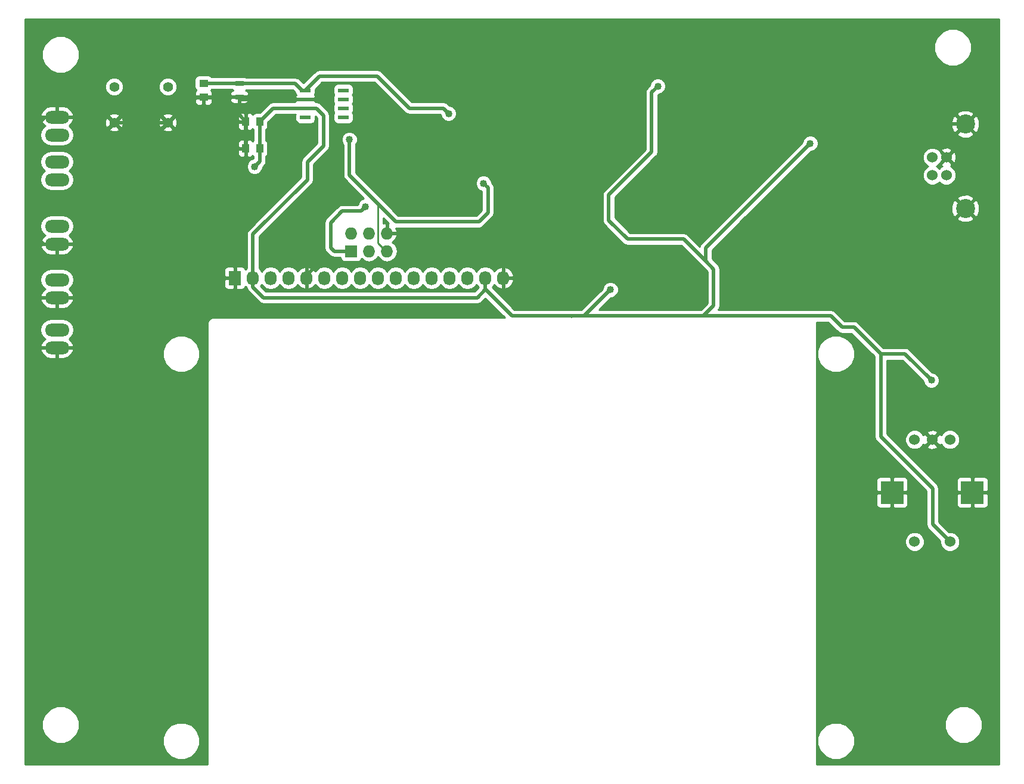
<source format=gbl>
G04 #@! TF.FileFunction,Copper,L2,Bot,Signal*
%FSLAX46Y46*%
G04 Gerber Fmt 4.6, Leading zero omitted, Abs format (unit mm)*
G04 Created by KiCad (PCBNEW 4.0.1-stable) date Tuesday, March 29, 2016 'AMt' 01:29:57 AM*
%MOMM*%
G01*
G04 APERTURE LIST*
%ADD10C,0.100000*%
%ADD11R,1.000000X1.250000*%
%ADD12R,1.250000X1.000000*%
%ADD13O,3.500120X1.800860*%
%ADD14C,1.524000*%
%ADD15C,2.700020*%
%ADD16R,1.300000X0.700000*%
%ADD17R,3.200000X3.200000*%
%ADD18R,1.550000X0.600000*%
%ADD19O,1.727200X2.032000*%
%ADD20R,1.727200X2.032000*%
%ADD21R,1.727200X1.727200*%
%ADD22O,1.727200X1.727200*%
%ADD23C,1.397000*%
%ADD24C,1.016000*%
%ADD25C,0.508000*%
%ADD26C,0.250000*%
%ADD27C,0.254000*%
G04 APERTURE END LIST*
D10*
D11*
X108315000Y-65405000D03*
X106315000Y-65405000D03*
X108315000Y-69215000D03*
X106315000Y-69215000D03*
D12*
X100330000Y-61960000D03*
X100330000Y-59960000D03*
D13*
X79502000Y-64770000D03*
X79502000Y-67310000D03*
D14*
X203835000Y-73025000D03*
X203835000Y-70485000D03*
X205833980Y-70485000D03*
X205833980Y-73025000D03*
D15*
X208534000Y-77754480D03*
X208534000Y-65755520D03*
D13*
X79502000Y-94996000D03*
X79502000Y-97536000D03*
X79502000Y-80264000D03*
X79502000Y-82804000D03*
X79502000Y-87884000D03*
X79502000Y-90424000D03*
D16*
X105410000Y-61910000D03*
X105410000Y-60010000D03*
D14*
X206335000Y-110610000D03*
X203835000Y-110610000D03*
X201335000Y-110610000D03*
X201335000Y-125110000D03*
X206335000Y-125110000D03*
D17*
X209535000Y-118110000D03*
X198135000Y-118110000D03*
D13*
X79502000Y-71120000D03*
X79502000Y-73660000D03*
D18*
X114775000Y-64770000D03*
X114775000Y-63500000D03*
X114775000Y-62230000D03*
X114775000Y-60960000D03*
X120175000Y-60960000D03*
X120175000Y-62230000D03*
X120175000Y-63500000D03*
X120175000Y-64770000D03*
D19*
X142875000Y-87630000D03*
X140335000Y-87630000D03*
X137795000Y-87630000D03*
X135255000Y-87630000D03*
X132715000Y-87630000D03*
X130175000Y-87630000D03*
X127635000Y-87630000D03*
X125095000Y-87630000D03*
X122555000Y-87630000D03*
X120015000Y-87630000D03*
X117475000Y-87630000D03*
X114935000Y-87630000D03*
X112395000Y-87630000D03*
X109855000Y-87630000D03*
X107315000Y-87630000D03*
D20*
X104775000Y-87630000D03*
D21*
X121285000Y-83820000D03*
D22*
X121285000Y-81280000D03*
X123825000Y-83820000D03*
X123825000Y-81280000D03*
X126365000Y-83820000D03*
X126365000Y-81280000D03*
D23*
X95250000Y-60452000D03*
X95250000Y-65532000D03*
X87630000Y-60452000D03*
X87630000Y-65532000D03*
D24*
X168148000Y-87058500D03*
X168084500Y-64770000D03*
X203708000Y-102171500D03*
X107569000Y-71818500D03*
X186499500Y-68516500D03*
X164846000Y-60388500D03*
X158115000Y-89281000D03*
X135128000Y-64262000D03*
X123317000Y-77470000D03*
X140081000Y-74168000D03*
X121031000Y-67945000D03*
D25*
X100330000Y-61960000D02*
X98822000Y-61960000D01*
X98822000Y-61960000D02*
X95250000Y-65532000D01*
X79502000Y-64770000D02*
X86868000Y-64770000D01*
X86868000Y-64770000D02*
X87630000Y-65532000D01*
X87630000Y-65532000D02*
X95250000Y-65532000D01*
X142875000Y-87630000D02*
X156019500Y-87630000D01*
X166497000Y-85407500D02*
X168148000Y-87058500D01*
X158242000Y-85407500D02*
X166497000Y-85407500D01*
X156019500Y-87630000D02*
X158242000Y-85407500D01*
X188437520Y-65755520D02*
X208534000Y-65755520D01*
X186626500Y-63944500D02*
X188437520Y-65755520D01*
X175133000Y-63944500D02*
X186626500Y-63944500D01*
X173672500Y-62484000D02*
X175133000Y-63944500D01*
X170370500Y-62484000D02*
X173672500Y-62484000D01*
X168084500Y-64770000D02*
X170370500Y-62484000D01*
X114935000Y-87630000D02*
X114935000Y-87249000D01*
X114935000Y-87249000D02*
X116586000Y-85598000D01*
X127889000Y-81280000D02*
X126365000Y-81280000D01*
X128524000Y-81915000D02*
X127889000Y-81280000D01*
X128524000Y-84582000D02*
X128524000Y-81915000D01*
X127508000Y-85598000D02*
X128524000Y-84582000D01*
X116586000Y-85598000D02*
X127508000Y-85598000D01*
X79502000Y-64770000D02*
X77724000Y-64770000D01*
X77597000Y-82804000D02*
X79502000Y-82804000D01*
X75692000Y-80899000D02*
X77597000Y-82804000D01*
X75692000Y-66802000D02*
X75692000Y-80899000D01*
X77724000Y-64770000D02*
X75692000Y-66802000D01*
X79502000Y-90424000D02*
X77216000Y-90424000D01*
X77216000Y-97536000D02*
X79502000Y-97536000D01*
X75819000Y-96139000D02*
X77216000Y-97536000D01*
X75819000Y-91821000D02*
X75819000Y-96139000D01*
X77216000Y-90424000D02*
X75819000Y-91821000D01*
X79502000Y-82804000D02*
X77343000Y-82804000D01*
X77343000Y-82804000D02*
X75819000Y-84328000D01*
X75819000Y-84328000D02*
X75819000Y-89154000D01*
X75819000Y-89154000D02*
X77089000Y-90424000D01*
X77089000Y-90424000D02*
X79502000Y-90424000D01*
X114775000Y-62230000D02*
X105730000Y-62230000D01*
X105730000Y-62230000D02*
X105410000Y-61910000D01*
X106315000Y-69215000D02*
X106315000Y-65405000D01*
X106315000Y-65405000D02*
X105410000Y-64500000D01*
X105410000Y-64500000D02*
X105410000Y-61910000D01*
X105410000Y-61910000D02*
X100380000Y-61910000D01*
X199961500Y-98425000D02*
X196532500Y-98425000D01*
X203708000Y-102171500D02*
X199961500Y-98425000D01*
X108315000Y-69215000D02*
X108315000Y-71072500D01*
X108315000Y-71072500D02*
X107569000Y-71818500D01*
X171672250Y-83343750D02*
X171672250Y-85248750D01*
X186499500Y-68516500D02*
X171672250Y-83343750D01*
X164846000Y-60388500D02*
X163957000Y-61277500D01*
X163957000Y-61277500D02*
X163957000Y-69723000D01*
X163957000Y-69723000D02*
X157861000Y-75819000D01*
X157861000Y-75819000D02*
X157861000Y-79438500D01*
X157861000Y-79438500D02*
X160528000Y-82105500D01*
X160528000Y-82105500D02*
X168529000Y-82105500D01*
X168529000Y-82105500D02*
X171672250Y-85248750D01*
X172783500Y-91567000D02*
X171323000Y-93027500D01*
X171672250Y-85248750D02*
X172783500Y-86360000D01*
X172783500Y-86360000D02*
X172783500Y-91567000D01*
X152590500Y-93091000D02*
X152590500Y-93027500D01*
X152654000Y-93027500D02*
X152590500Y-93091000D01*
X154368500Y-93027500D02*
X152654000Y-93027500D01*
X158115000Y-89281000D02*
X154368500Y-93027500D01*
X140335000Y-87630000D02*
X140335000Y-89217500D01*
X140335000Y-89217500D02*
X144145000Y-93027500D01*
X144145000Y-93027500D02*
X152590500Y-93027500D01*
X203898500Y-122673500D02*
X206335000Y-125110000D01*
X203898500Y-117538500D02*
X203898500Y-122673500D01*
X196532500Y-110172500D02*
X203898500Y-117538500D01*
X196532500Y-98425000D02*
X196532500Y-110172500D01*
X152590500Y-93027500D02*
X171323000Y-93027500D01*
X171323000Y-93027500D02*
X189420500Y-93027500D01*
X192722500Y-94615000D02*
X196532500Y-98425000D01*
X191008000Y-94615000D02*
X192722500Y-94615000D01*
X189420500Y-93027500D02*
X191008000Y-94615000D01*
X107315000Y-87630000D02*
X107315000Y-88900000D01*
X140335000Y-89281000D02*
X140335000Y-87630000D01*
X139192000Y-90424000D02*
X140335000Y-89281000D01*
X108839000Y-90424000D02*
X139192000Y-90424000D01*
X107315000Y-88900000D02*
X108839000Y-90424000D01*
X107315000Y-87630000D02*
X107315000Y-86995000D01*
X115062000Y-73660000D02*
X115062000Y-71120000D01*
X107315000Y-81407000D02*
X115062000Y-73660000D01*
X107315000Y-87630000D02*
X107315000Y-81407000D01*
X116332000Y-63500000D02*
X114775000Y-63500000D01*
X117348000Y-64516000D02*
X116332000Y-63500000D01*
X117348000Y-68834000D02*
X117348000Y-64516000D01*
X115062000Y-71120000D02*
X117348000Y-68834000D01*
X108315000Y-69215000D02*
X108315000Y-65405000D01*
X108315000Y-65405000D02*
X110220000Y-63500000D01*
X110220000Y-63500000D02*
X114775000Y-63500000D01*
X116807000Y-58928000D02*
X114775000Y-60960000D01*
X124968000Y-58928000D02*
X116807000Y-58928000D01*
X129540000Y-63500000D02*
X124968000Y-58928000D01*
X134366000Y-63500000D02*
X129540000Y-63500000D01*
X135128000Y-64262000D02*
X134366000Y-63500000D01*
X100330000Y-59960000D02*
X105360000Y-59960000D01*
X105360000Y-59960000D02*
X105410000Y-60010000D01*
X114775000Y-60960000D02*
X114300000Y-60960000D01*
X114300000Y-60960000D02*
X113350000Y-60010000D01*
X113350000Y-60010000D02*
X105410000Y-60010000D01*
X118872000Y-83820000D02*
X121285000Y-83820000D01*
X118364000Y-83312000D02*
X118872000Y-83820000D01*
X118364000Y-79756000D02*
X118364000Y-83312000D01*
X120015000Y-78105000D02*
X118364000Y-79756000D01*
X122682000Y-78105000D02*
X120015000Y-78105000D01*
X123317000Y-77470000D02*
X122682000Y-78105000D01*
X121031000Y-67945000D02*
X121031000Y-73025000D01*
X121031000Y-73025000D02*
X125095000Y-77089000D01*
X140081000Y-74168000D02*
X140716000Y-74803000D01*
X140716000Y-74803000D02*
X140716000Y-78359000D01*
X140716000Y-78359000D02*
X139446000Y-79629000D01*
X139446000Y-79629000D02*
X127635000Y-79629000D01*
X127635000Y-79629000D02*
X125095000Y-77089000D01*
D26*
X125095000Y-82677000D02*
X125095000Y-77089000D01*
X125095000Y-82677000D02*
X126238000Y-83820000D01*
X126365000Y-83820000D02*
X126238000Y-83820000D01*
D27*
G36*
X213285000Y-156770000D02*
X187400000Y-156770000D01*
X187400000Y-153948044D01*
X187518853Y-153948044D01*
X187919201Y-154916959D01*
X188659862Y-155658914D01*
X189628077Y-156060952D01*
X190676444Y-156061867D01*
X191645359Y-155661519D01*
X192387314Y-154920858D01*
X192789352Y-153952643D01*
X192790267Y-152904276D01*
X192389919Y-151935361D01*
X192106887Y-151651834D01*
X205644543Y-151651834D01*
X206044853Y-152620658D01*
X206785443Y-153362542D01*
X207753567Y-153764542D01*
X208801834Y-153765457D01*
X209770658Y-153365147D01*
X210512542Y-152624557D01*
X210914542Y-151656433D01*
X210915457Y-150608166D01*
X210515147Y-149639342D01*
X209774557Y-148897458D01*
X208806433Y-148495458D01*
X207758166Y-148494543D01*
X206789342Y-148894853D01*
X206047458Y-149635443D01*
X205645458Y-150603567D01*
X205644543Y-151651834D01*
X192106887Y-151651834D01*
X191649258Y-151193406D01*
X190681043Y-150791368D01*
X189632676Y-150790453D01*
X188663761Y-151190801D01*
X187921806Y-151931462D01*
X187519768Y-152899677D01*
X187518853Y-153948044D01*
X187400000Y-153948044D01*
X187400000Y-125386661D01*
X199937758Y-125386661D01*
X200149990Y-125900303D01*
X200542630Y-126293629D01*
X201055900Y-126506757D01*
X201611661Y-126507242D01*
X202125303Y-126295010D01*
X202518629Y-125902370D01*
X202731757Y-125389100D01*
X202732242Y-124833339D01*
X202520010Y-124319697D01*
X202127370Y-123926371D01*
X201614100Y-123713243D01*
X201058339Y-123712758D01*
X200544697Y-123924990D01*
X200151371Y-124317630D01*
X199938243Y-124830900D01*
X199937758Y-125386661D01*
X187400000Y-125386661D01*
X187400000Y-118395750D01*
X195900000Y-118395750D01*
X195900000Y-119836310D01*
X195996673Y-120069699D01*
X196175302Y-120248327D01*
X196408691Y-120345000D01*
X197849250Y-120345000D01*
X198008000Y-120186250D01*
X198008000Y-118237000D01*
X198262000Y-118237000D01*
X198262000Y-120186250D01*
X198420750Y-120345000D01*
X199861309Y-120345000D01*
X200094698Y-120248327D01*
X200273327Y-120069699D01*
X200370000Y-119836310D01*
X200370000Y-118395750D01*
X200211250Y-118237000D01*
X198262000Y-118237000D01*
X198008000Y-118237000D01*
X196058750Y-118237000D01*
X195900000Y-118395750D01*
X187400000Y-118395750D01*
X187400000Y-116383690D01*
X195900000Y-116383690D01*
X195900000Y-117824250D01*
X196058750Y-117983000D01*
X198008000Y-117983000D01*
X198008000Y-116033750D01*
X198262000Y-116033750D01*
X198262000Y-117983000D01*
X200211250Y-117983000D01*
X200370000Y-117824250D01*
X200370000Y-116383690D01*
X200273327Y-116150301D01*
X200094698Y-115971673D01*
X199861309Y-115875000D01*
X198420750Y-115875000D01*
X198262000Y-116033750D01*
X198008000Y-116033750D01*
X197849250Y-115875000D01*
X196408691Y-115875000D01*
X196175302Y-115971673D01*
X195996673Y-116150301D01*
X195900000Y-116383690D01*
X187400000Y-116383690D01*
X187400000Y-98946884D01*
X187518853Y-98946884D01*
X187919201Y-99915799D01*
X188659862Y-100657754D01*
X189628077Y-101059792D01*
X190676444Y-101060707D01*
X191645359Y-100660359D01*
X192387314Y-99919698D01*
X192789352Y-98951483D01*
X192790267Y-97903116D01*
X192389919Y-96934201D01*
X191649258Y-96192246D01*
X190681043Y-95790208D01*
X189632676Y-95789293D01*
X188663761Y-96189641D01*
X187921806Y-96930302D01*
X187519768Y-97898517D01*
X187518853Y-98946884D01*
X187400000Y-98946884D01*
X187400000Y-93980000D01*
X187387369Y-93916500D01*
X189052264Y-93916500D01*
X190379382Y-95243618D01*
X190667794Y-95436329D01*
X191008000Y-95504000D01*
X192354264Y-95504000D01*
X195643500Y-98793236D01*
X195643500Y-110172500D01*
X195711171Y-110512706D01*
X195776181Y-110610000D01*
X195903882Y-110801118D01*
X203009500Y-117906736D01*
X203009500Y-122673500D01*
X203077171Y-123013706D01*
X203269882Y-123302118D01*
X204938121Y-124970357D01*
X204937758Y-125386661D01*
X205149990Y-125900303D01*
X205542630Y-126293629D01*
X206055900Y-126506757D01*
X206611661Y-126507242D01*
X207125303Y-126295010D01*
X207518629Y-125902370D01*
X207731757Y-125389100D01*
X207732242Y-124833339D01*
X207520010Y-124319697D01*
X207127370Y-123926371D01*
X206614100Y-123713243D01*
X206195113Y-123712877D01*
X204787500Y-122305264D01*
X204787500Y-118395750D01*
X207300000Y-118395750D01*
X207300000Y-119836310D01*
X207396673Y-120069699D01*
X207575302Y-120248327D01*
X207808691Y-120345000D01*
X209249250Y-120345000D01*
X209408000Y-120186250D01*
X209408000Y-118237000D01*
X209662000Y-118237000D01*
X209662000Y-120186250D01*
X209820750Y-120345000D01*
X211261309Y-120345000D01*
X211494698Y-120248327D01*
X211673327Y-120069699D01*
X211770000Y-119836310D01*
X211770000Y-118395750D01*
X211611250Y-118237000D01*
X209662000Y-118237000D01*
X209408000Y-118237000D01*
X207458750Y-118237000D01*
X207300000Y-118395750D01*
X204787500Y-118395750D01*
X204787500Y-117538500D01*
X204719829Y-117198294D01*
X204527118Y-116909882D01*
X204000926Y-116383690D01*
X207300000Y-116383690D01*
X207300000Y-117824250D01*
X207458750Y-117983000D01*
X209408000Y-117983000D01*
X209408000Y-116033750D01*
X209662000Y-116033750D01*
X209662000Y-117983000D01*
X211611250Y-117983000D01*
X211770000Y-117824250D01*
X211770000Y-116383690D01*
X211673327Y-116150301D01*
X211494698Y-115971673D01*
X211261309Y-115875000D01*
X209820750Y-115875000D01*
X209662000Y-116033750D01*
X209408000Y-116033750D01*
X209249250Y-115875000D01*
X207808691Y-115875000D01*
X207575302Y-115971673D01*
X207396673Y-116150301D01*
X207300000Y-116383690D01*
X204000926Y-116383690D01*
X198503897Y-110886661D01*
X199937758Y-110886661D01*
X200149990Y-111400303D01*
X200542630Y-111793629D01*
X201055900Y-112006757D01*
X201611661Y-112007242D01*
X202125303Y-111795010D01*
X202330457Y-111590213D01*
X203034392Y-111590213D01*
X203103857Y-111832397D01*
X203627302Y-112019144D01*
X204182368Y-111991362D01*
X204566143Y-111832397D01*
X204635608Y-111590213D01*
X203835000Y-110789605D01*
X203034392Y-111590213D01*
X202330457Y-111590213D01*
X202518629Y-111402370D01*
X202578370Y-111258497D01*
X202612603Y-111341143D01*
X202854787Y-111410608D01*
X203655395Y-110610000D01*
X204014605Y-110610000D01*
X204815213Y-111410608D01*
X205057397Y-111341143D01*
X205088974Y-111252633D01*
X205149990Y-111400303D01*
X205542630Y-111793629D01*
X206055900Y-112006757D01*
X206611661Y-112007242D01*
X207125303Y-111795010D01*
X207518629Y-111402370D01*
X207731757Y-110889100D01*
X207732242Y-110333339D01*
X207520010Y-109819697D01*
X207127370Y-109426371D01*
X206614100Y-109213243D01*
X206058339Y-109212758D01*
X205544697Y-109424990D01*
X205151371Y-109817630D01*
X205091630Y-109961503D01*
X205057397Y-109878857D01*
X204815213Y-109809392D01*
X204014605Y-110610000D01*
X203655395Y-110610000D01*
X202854787Y-109809392D01*
X202612603Y-109878857D01*
X202581026Y-109967367D01*
X202520010Y-109819697D01*
X202330432Y-109629787D01*
X203034392Y-109629787D01*
X203835000Y-110430395D01*
X204635608Y-109629787D01*
X204566143Y-109387603D01*
X204042698Y-109200856D01*
X203487632Y-109228638D01*
X203103857Y-109387603D01*
X203034392Y-109629787D01*
X202330432Y-109629787D01*
X202127370Y-109426371D01*
X201614100Y-109213243D01*
X201058339Y-109212758D01*
X200544697Y-109424990D01*
X200151371Y-109817630D01*
X199938243Y-110330900D01*
X199937758Y-110886661D01*
X198503897Y-110886661D01*
X197421500Y-109804264D01*
X197421500Y-99314000D01*
X199593264Y-99314000D01*
X202564900Y-102285636D01*
X202564802Y-102397859D01*
X202738446Y-102818112D01*
X203059697Y-103139923D01*
X203479646Y-103314301D01*
X203934359Y-103314698D01*
X204354612Y-103141054D01*
X204676423Y-102819803D01*
X204850801Y-102399854D01*
X204851198Y-101945141D01*
X204677554Y-101524888D01*
X204356303Y-101203077D01*
X203936354Y-101028699D01*
X203822335Y-101028599D01*
X200590118Y-97796382D01*
X200301706Y-97603671D01*
X199961500Y-97536000D01*
X196900736Y-97536000D01*
X193351118Y-93986382D01*
X193237234Y-93910287D01*
X193062706Y-93793671D01*
X192722500Y-93726000D01*
X191376236Y-93726000D01*
X190049118Y-92398882D01*
X190033324Y-92388329D01*
X189760706Y-92206171D01*
X189420500Y-92138500D01*
X173450283Y-92138500D01*
X173604829Y-91907206D01*
X173672500Y-91567000D01*
X173672500Y-86360000D01*
X173604829Y-86019794D01*
X173412118Y-85731382D01*
X172561250Y-84880514D01*
X172561250Y-83711986D01*
X177113155Y-79160081D01*
X207308004Y-79160081D01*
X207449472Y-79463270D01*
X208185952Y-79748227D01*
X208975420Y-79729654D01*
X209618528Y-79463270D01*
X209759996Y-79160081D01*
X208534000Y-77934085D01*
X207308004Y-79160081D01*
X177113155Y-79160081D01*
X178866804Y-77406432D01*
X206540253Y-77406432D01*
X206558826Y-78195900D01*
X206825210Y-78839008D01*
X207128399Y-78980476D01*
X208354395Y-77754480D01*
X208713605Y-77754480D01*
X209939601Y-78980476D01*
X210242790Y-78839008D01*
X210527747Y-78102528D01*
X210509174Y-77313060D01*
X210242790Y-76669952D01*
X209939601Y-76528484D01*
X208713605Y-77754480D01*
X208354395Y-77754480D01*
X207128399Y-76528484D01*
X206825210Y-76669952D01*
X206540253Y-77406432D01*
X178866804Y-77406432D01*
X179924357Y-76348879D01*
X207308004Y-76348879D01*
X208534000Y-77574875D01*
X209759996Y-76348879D01*
X209618528Y-76045690D01*
X208882048Y-75760733D01*
X208092580Y-75779306D01*
X207449472Y-76045690D01*
X207308004Y-76348879D01*
X179924357Y-76348879D01*
X185511575Y-70761661D01*
X202437758Y-70761661D01*
X202649990Y-71275303D01*
X203042630Y-71668629D01*
X203250512Y-71754949D01*
X203044697Y-71839990D01*
X202651371Y-72232630D01*
X202438243Y-72745900D01*
X202437758Y-73301661D01*
X202649990Y-73815303D01*
X203042630Y-74208629D01*
X203555900Y-74421757D01*
X204111661Y-74422242D01*
X204625303Y-74210010D01*
X204834510Y-74001168D01*
X205041610Y-74208629D01*
X205554880Y-74421757D01*
X206110641Y-74422242D01*
X206624283Y-74210010D01*
X207017609Y-73817370D01*
X207230737Y-73304100D01*
X207231222Y-72748339D01*
X207018990Y-72234697D01*
X206626350Y-71841371D01*
X206434253Y-71761605D01*
X206565123Y-71707397D01*
X206634588Y-71465213D01*
X205833980Y-70664605D01*
X205033372Y-71465213D01*
X205102837Y-71707397D01*
X205243298Y-71757509D01*
X205043677Y-71839990D01*
X204834470Y-72048832D01*
X204627370Y-71841371D01*
X204419488Y-71755051D01*
X204625303Y-71670010D01*
X205018629Y-71277370D01*
X205129846Y-71009529D01*
X205654375Y-70485000D01*
X206013585Y-70485000D01*
X206814193Y-71285608D01*
X207056377Y-71216143D01*
X207243124Y-70692698D01*
X207215342Y-70137632D01*
X207056377Y-69753857D01*
X206814193Y-69684392D01*
X206013585Y-70485000D01*
X205654375Y-70485000D01*
X205129811Y-69960436D01*
X205020010Y-69694697D01*
X204830432Y-69504787D01*
X205033372Y-69504787D01*
X205833980Y-70305395D01*
X206634588Y-69504787D01*
X206565123Y-69262603D01*
X206041678Y-69075856D01*
X205486612Y-69103638D01*
X205102837Y-69262603D01*
X205033372Y-69504787D01*
X204830432Y-69504787D01*
X204627370Y-69301371D01*
X204114100Y-69088243D01*
X203558339Y-69087758D01*
X203044697Y-69299990D01*
X202651371Y-69692630D01*
X202438243Y-70205900D01*
X202437758Y-70761661D01*
X185511575Y-70761661D01*
X186613636Y-69659600D01*
X186725859Y-69659698D01*
X187146112Y-69486054D01*
X187467923Y-69164803D01*
X187642301Y-68744854D01*
X187642698Y-68290141D01*
X187469054Y-67869888D01*
X187147803Y-67548077D01*
X186727854Y-67373699D01*
X186273141Y-67373302D01*
X185852888Y-67546946D01*
X185531077Y-67868197D01*
X185356699Y-68288146D01*
X185356599Y-68402165D01*
X171043632Y-82715132D01*
X170850921Y-83003544D01*
X170823274Y-83142538D01*
X169157618Y-81476882D01*
X168906902Y-81309359D01*
X168869206Y-81284171D01*
X168529000Y-81216500D01*
X160896236Y-81216500D01*
X158750000Y-79070264D01*
X158750000Y-76187236D01*
X164585618Y-70351618D01*
X164635274Y-70277302D01*
X164778329Y-70063206D01*
X164846000Y-69723000D01*
X164846000Y-67161121D01*
X207308004Y-67161121D01*
X207449472Y-67464310D01*
X208185952Y-67749267D01*
X208975420Y-67730694D01*
X209618528Y-67464310D01*
X209759996Y-67161121D01*
X208534000Y-65935125D01*
X207308004Y-67161121D01*
X164846000Y-67161121D01*
X164846000Y-65407472D01*
X206540253Y-65407472D01*
X206558826Y-66196940D01*
X206825210Y-66840048D01*
X207128399Y-66981516D01*
X208354395Y-65755520D01*
X208713605Y-65755520D01*
X209939601Y-66981516D01*
X210242790Y-66840048D01*
X210527747Y-66103568D01*
X210509174Y-65314100D01*
X210242790Y-64670992D01*
X209939601Y-64529524D01*
X208713605Y-65755520D01*
X208354395Y-65755520D01*
X207128399Y-64529524D01*
X206825210Y-64670992D01*
X206540253Y-65407472D01*
X164846000Y-65407472D01*
X164846000Y-64349919D01*
X207308004Y-64349919D01*
X208534000Y-65575915D01*
X209759996Y-64349919D01*
X209618528Y-64046730D01*
X208882048Y-63761773D01*
X208092580Y-63780346D01*
X207449472Y-64046730D01*
X207308004Y-64349919D01*
X164846000Y-64349919D01*
X164846000Y-61645736D01*
X164960136Y-61531600D01*
X165072359Y-61531698D01*
X165492612Y-61358054D01*
X165814423Y-61036803D01*
X165988801Y-60616854D01*
X165989198Y-60162141D01*
X165815554Y-59741888D01*
X165494303Y-59420077D01*
X165074354Y-59245699D01*
X164619641Y-59245302D01*
X164199388Y-59418946D01*
X163877577Y-59740197D01*
X163703199Y-60160146D01*
X163703099Y-60274165D01*
X163328382Y-60648882D01*
X163135671Y-60937294D01*
X163068000Y-61277500D01*
X163068000Y-69354764D01*
X157232382Y-75190382D01*
X157039671Y-75478794D01*
X156972000Y-75819000D01*
X156972000Y-79438500D01*
X157039671Y-79778706D01*
X157070632Y-79825042D01*
X157232382Y-80067118D01*
X159899382Y-82734118D01*
X160187795Y-82926830D01*
X160528000Y-82994500D01*
X168160764Y-82994500D01*
X171894500Y-86728236D01*
X171894500Y-91198764D01*
X170954764Y-92138500D01*
X156514736Y-92138500D01*
X158229136Y-90424100D01*
X158341359Y-90424198D01*
X158761612Y-90250554D01*
X159083423Y-89929303D01*
X159257801Y-89509354D01*
X159258198Y-89054641D01*
X159084554Y-88634388D01*
X158763303Y-88312577D01*
X158343354Y-88138199D01*
X157888641Y-88137802D01*
X157468388Y-88311446D01*
X157146577Y-88632697D01*
X156972199Y-89052646D01*
X156972099Y-89166665D01*
X154000264Y-92138500D01*
X144513236Y-92138500D01*
X141307438Y-88932702D01*
X141394670Y-88874415D01*
X141601461Y-88564931D01*
X141972964Y-88980732D01*
X142500209Y-89234709D01*
X142515974Y-89237358D01*
X142748000Y-89116217D01*
X142748000Y-87757000D01*
X143002000Y-87757000D01*
X143002000Y-89116217D01*
X143234026Y-89237358D01*
X143249791Y-89234709D01*
X143777036Y-88980732D01*
X144166954Y-88544320D01*
X144360184Y-87991913D01*
X144215924Y-87757000D01*
X143002000Y-87757000D01*
X142748000Y-87757000D01*
X142728000Y-87757000D01*
X142728000Y-87503000D01*
X142748000Y-87503000D01*
X142748000Y-86143783D01*
X143002000Y-86143783D01*
X143002000Y-87503000D01*
X144215924Y-87503000D01*
X144360184Y-87268087D01*
X144166954Y-86715680D01*
X143777036Y-86279268D01*
X143249791Y-86025291D01*
X143234026Y-86022642D01*
X143002000Y-86143783D01*
X142748000Y-86143783D01*
X142515974Y-86022642D01*
X142500209Y-86025291D01*
X141972964Y-86279268D01*
X141601461Y-86695069D01*
X141394670Y-86385585D01*
X140908489Y-86060729D01*
X140335000Y-85946655D01*
X139761511Y-86060729D01*
X139275330Y-86385585D01*
X139065000Y-86700366D01*
X138854670Y-86385585D01*
X138368489Y-86060729D01*
X137795000Y-85946655D01*
X137221511Y-86060729D01*
X136735330Y-86385585D01*
X136525000Y-86700366D01*
X136314670Y-86385585D01*
X135828489Y-86060729D01*
X135255000Y-85946655D01*
X134681511Y-86060729D01*
X134195330Y-86385585D01*
X133985000Y-86700366D01*
X133774670Y-86385585D01*
X133288489Y-86060729D01*
X132715000Y-85946655D01*
X132141511Y-86060729D01*
X131655330Y-86385585D01*
X131445000Y-86700366D01*
X131234670Y-86385585D01*
X130748489Y-86060729D01*
X130175000Y-85946655D01*
X129601511Y-86060729D01*
X129115330Y-86385585D01*
X128905000Y-86700366D01*
X128694670Y-86385585D01*
X128208489Y-86060729D01*
X127635000Y-85946655D01*
X127061511Y-86060729D01*
X126575330Y-86385585D01*
X126365000Y-86700366D01*
X126154670Y-86385585D01*
X125668489Y-86060729D01*
X125095000Y-85946655D01*
X124521511Y-86060729D01*
X124035330Y-86385585D01*
X123825000Y-86700366D01*
X123614670Y-86385585D01*
X123128489Y-86060729D01*
X122555000Y-85946655D01*
X121981511Y-86060729D01*
X121495330Y-86385585D01*
X121285000Y-86700366D01*
X121074670Y-86385585D01*
X120588489Y-86060729D01*
X120015000Y-85946655D01*
X119441511Y-86060729D01*
X118955330Y-86385585D01*
X118745000Y-86700366D01*
X118534670Y-86385585D01*
X118048489Y-86060729D01*
X117475000Y-85946655D01*
X116901511Y-86060729D01*
X116415330Y-86385585D01*
X116208539Y-86695069D01*
X115837036Y-86279268D01*
X115309791Y-86025291D01*
X115294026Y-86022642D01*
X115062000Y-86143783D01*
X115062000Y-87503000D01*
X115082000Y-87503000D01*
X115082000Y-87757000D01*
X115062000Y-87757000D01*
X115062000Y-89116217D01*
X115294026Y-89237358D01*
X115309791Y-89234709D01*
X115837036Y-88980732D01*
X116208539Y-88564931D01*
X116415330Y-88874415D01*
X116901511Y-89199271D01*
X117475000Y-89313345D01*
X118048489Y-89199271D01*
X118534670Y-88874415D01*
X118745000Y-88559634D01*
X118955330Y-88874415D01*
X119441511Y-89199271D01*
X120015000Y-89313345D01*
X120588489Y-89199271D01*
X121074670Y-88874415D01*
X121285000Y-88559634D01*
X121495330Y-88874415D01*
X121981511Y-89199271D01*
X122555000Y-89313345D01*
X123128489Y-89199271D01*
X123614670Y-88874415D01*
X123825000Y-88559634D01*
X124035330Y-88874415D01*
X124521511Y-89199271D01*
X125095000Y-89313345D01*
X125668489Y-89199271D01*
X126154670Y-88874415D01*
X126365000Y-88559634D01*
X126575330Y-88874415D01*
X127061511Y-89199271D01*
X127635000Y-89313345D01*
X128208489Y-89199271D01*
X128694670Y-88874415D01*
X128905000Y-88559634D01*
X129115330Y-88874415D01*
X129601511Y-89199271D01*
X130175000Y-89313345D01*
X130748489Y-89199271D01*
X131234670Y-88874415D01*
X131445000Y-88559634D01*
X131655330Y-88874415D01*
X132141511Y-89199271D01*
X132715000Y-89313345D01*
X133288489Y-89199271D01*
X133774670Y-88874415D01*
X133985000Y-88559634D01*
X134195330Y-88874415D01*
X134681511Y-89199271D01*
X135255000Y-89313345D01*
X135828489Y-89199271D01*
X136314670Y-88874415D01*
X136525000Y-88559634D01*
X136735330Y-88874415D01*
X137221511Y-89199271D01*
X137795000Y-89313345D01*
X138368489Y-89199271D01*
X138854670Y-88874415D01*
X139065000Y-88559634D01*
X139275330Y-88874415D01*
X139400628Y-88958136D01*
X138823764Y-89535000D01*
X109207236Y-89535000D01*
X108443556Y-88771320D01*
X108585000Y-88559634D01*
X108795330Y-88874415D01*
X109281511Y-89199271D01*
X109855000Y-89313345D01*
X110428489Y-89199271D01*
X110914670Y-88874415D01*
X111125000Y-88559634D01*
X111335330Y-88874415D01*
X111821511Y-89199271D01*
X112395000Y-89313345D01*
X112968489Y-89199271D01*
X113454670Y-88874415D01*
X113661461Y-88564931D01*
X114032964Y-88980732D01*
X114560209Y-89234709D01*
X114575974Y-89237358D01*
X114808000Y-89116217D01*
X114808000Y-87757000D01*
X114788000Y-87757000D01*
X114788000Y-87503000D01*
X114808000Y-87503000D01*
X114808000Y-86143783D01*
X114575974Y-86022642D01*
X114560209Y-86025291D01*
X114032964Y-86279268D01*
X113661461Y-86695069D01*
X113454670Y-86385585D01*
X112968489Y-86060729D01*
X112395000Y-85946655D01*
X111821511Y-86060729D01*
X111335330Y-86385585D01*
X111125000Y-86700366D01*
X110914670Y-86385585D01*
X110428489Y-86060729D01*
X109855000Y-85946655D01*
X109281511Y-86060729D01*
X108795330Y-86385585D01*
X108585000Y-86700366D01*
X108374670Y-86385585D01*
X108204000Y-86271547D01*
X108204000Y-81775236D01*
X110223236Y-79756000D01*
X117475000Y-79756000D01*
X117475000Y-83312000D01*
X117542671Y-83652206D01*
X117654788Y-83820000D01*
X117735382Y-83940618D01*
X118243382Y-84448618D01*
X118531794Y-84641329D01*
X118872000Y-84709000D01*
X119778739Y-84709000D01*
X119818238Y-84918917D01*
X119957310Y-85135041D01*
X120169510Y-85280031D01*
X120421400Y-85331040D01*
X122148600Y-85331040D01*
X122383917Y-85286762D01*
X122600041Y-85147690D01*
X122745031Y-84935490D01*
X122753864Y-84891869D01*
X122765330Y-84909029D01*
X123251511Y-85233885D01*
X123825000Y-85347959D01*
X124398489Y-85233885D01*
X124884670Y-84909029D01*
X125095000Y-84594248D01*
X125305330Y-84909029D01*
X125791511Y-85233885D01*
X126365000Y-85347959D01*
X126938489Y-85233885D01*
X127424670Y-84909029D01*
X127749526Y-84422848D01*
X127863600Y-83849359D01*
X127863600Y-83790641D01*
X127749526Y-83217152D01*
X127424670Y-82730971D01*
X127153839Y-82550008D01*
X127571821Y-82168490D01*
X127819968Y-81639027D01*
X127699469Y-81407000D01*
X126492000Y-81407000D01*
X126492000Y-81427000D01*
X126238000Y-81427000D01*
X126238000Y-81407000D01*
X126218000Y-81407000D01*
X126218000Y-81153000D01*
X126238000Y-81153000D01*
X126238000Y-79946183D01*
X126005974Y-79825042D01*
X125855000Y-79887574D01*
X125855000Y-79106236D01*
X126625333Y-79876569D01*
X126492000Y-79946183D01*
X126492000Y-81153000D01*
X127699469Y-81153000D01*
X127819968Y-80920973D01*
X127630703Y-80517145D01*
X127635000Y-80518000D01*
X139446000Y-80518000D01*
X139786206Y-80450329D01*
X140074618Y-80257618D01*
X141344618Y-78987618D01*
X141443916Y-78839008D01*
X141537329Y-78699206D01*
X141605000Y-78359000D01*
X141605000Y-74803000D01*
X141593605Y-74745713D01*
X141537330Y-74462795D01*
X141344618Y-74174382D01*
X141224100Y-74053864D01*
X141224198Y-73941641D01*
X141050554Y-73521388D01*
X140729303Y-73199577D01*
X140309354Y-73025199D01*
X139854641Y-73024802D01*
X139434388Y-73198446D01*
X139112577Y-73519697D01*
X138938199Y-73939646D01*
X138937802Y-74394359D01*
X139111446Y-74814612D01*
X139432697Y-75136423D01*
X139827000Y-75300152D01*
X139827000Y-77990764D01*
X139077764Y-78740000D01*
X128003236Y-78740000D01*
X121920000Y-72656764D01*
X121920000Y-68672588D01*
X121999423Y-68593303D01*
X122173801Y-68173354D01*
X122174198Y-67718641D01*
X122000554Y-67298388D01*
X121679303Y-66976577D01*
X121259354Y-66802199D01*
X120804641Y-66801802D01*
X120384388Y-66975446D01*
X120062577Y-67296697D01*
X119888199Y-67716646D01*
X119887802Y-68171359D01*
X120061446Y-68591612D01*
X120142000Y-68672306D01*
X120142000Y-73025000D01*
X120209671Y-73365206D01*
X120312899Y-73519697D01*
X120402382Y-73653618D01*
X123079974Y-76331210D01*
X122670388Y-76500446D01*
X122348577Y-76821697D01*
X122184848Y-77216000D01*
X120015000Y-77216000D01*
X119674795Y-77283670D01*
X119386382Y-77476382D01*
X117735382Y-79127382D01*
X117542671Y-79415794D01*
X117475000Y-79756000D01*
X110223236Y-79756000D01*
X115690618Y-74288618D01*
X115883329Y-74000206D01*
X115951000Y-73660000D01*
X115951000Y-71488236D01*
X117976618Y-69462618D01*
X118084360Y-69301371D01*
X118169329Y-69174206D01*
X118237000Y-68834000D01*
X118237000Y-64516000D01*
X118169329Y-64175794D01*
X117976618Y-63887382D01*
X116960618Y-62871382D01*
X116672206Y-62678671D01*
X116332000Y-62611000D01*
X116185000Y-62611000D01*
X116185000Y-62515750D01*
X116026250Y-62357000D01*
X114902000Y-62357000D01*
X114902000Y-62377000D01*
X114648000Y-62377000D01*
X114648000Y-62357000D01*
X113523750Y-62357000D01*
X113365000Y-62515750D01*
X113365000Y-62611000D01*
X110220000Y-62611000D01*
X109879794Y-62678671D01*
X109591382Y-62871382D01*
X108330204Y-64132560D01*
X107815000Y-64132560D01*
X107579683Y-64176838D01*
X107363559Y-64315910D01*
X107317031Y-64384006D01*
X107174698Y-64241673D01*
X106941309Y-64145000D01*
X106600750Y-64145000D01*
X106442000Y-64303750D01*
X106442000Y-65278000D01*
X106462000Y-65278000D01*
X106462000Y-65532000D01*
X106442000Y-65532000D01*
X106442000Y-66506250D01*
X106600750Y-66665000D01*
X106941309Y-66665000D01*
X107174698Y-66568327D01*
X107315936Y-66427090D01*
X107350910Y-66481441D01*
X107426000Y-66532748D01*
X107426000Y-68085730D01*
X107363559Y-68125910D01*
X107317031Y-68194006D01*
X107174698Y-68051673D01*
X106941309Y-67955000D01*
X106600750Y-67955000D01*
X106442000Y-68113750D01*
X106442000Y-69088000D01*
X106462000Y-69088000D01*
X106462000Y-69342000D01*
X106442000Y-69342000D01*
X106442000Y-70316250D01*
X106600750Y-70475000D01*
X106941309Y-70475000D01*
X107174698Y-70378327D01*
X107315936Y-70237090D01*
X107350910Y-70291441D01*
X107426000Y-70342748D01*
X107426000Y-70675375D01*
X107342641Y-70675302D01*
X106922388Y-70848946D01*
X106600577Y-71170197D01*
X106426199Y-71590146D01*
X106425802Y-72044859D01*
X106599446Y-72465112D01*
X106920697Y-72786923D01*
X107340646Y-72961301D01*
X107795359Y-72961698D01*
X108215612Y-72788054D01*
X108537423Y-72466803D01*
X108711801Y-72046854D01*
X108711901Y-71932835D01*
X108943618Y-71701118D01*
X109136329Y-71412706D01*
X109204000Y-71072500D01*
X109204000Y-70344270D01*
X109266441Y-70304090D01*
X109411431Y-70091890D01*
X109462440Y-69840000D01*
X109462440Y-68590000D01*
X109418162Y-68354683D01*
X109279090Y-68138559D01*
X109204000Y-68087252D01*
X109204000Y-66534270D01*
X109266441Y-66494090D01*
X109411431Y-66281890D01*
X109462440Y-66030000D01*
X109462440Y-65514796D01*
X110588236Y-64389000D01*
X113368963Y-64389000D01*
X113352560Y-64470000D01*
X113352560Y-65070000D01*
X113396838Y-65305317D01*
X113535910Y-65521441D01*
X113748110Y-65666431D01*
X114000000Y-65717440D01*
X115550000Y-65717440D01*
X115785317Y-65673162D01*
X116001441Y-65534090D01*
X116146431Y-65321890D01*
X116197440Y-65070000D01*
X116197440Y-64622676D01*
X116459000Y-64884236D01*
X116459000Y-68465764D01*
X114433382Y-70491382D01*
X114240671Y-70779794D01*
X114173000Y-71120000D01*
X114173000Y-73291764D01*
X106686382Y-80778382D01*
X106493671Y-81066794D01*
X106426000Y-81407000D01*
X106426000Y-86271547D01*
X106255330Y-86385585D01*
X106240500Y-86407780D01*
X106176927Y-86254302D01*
X105998299Y-86075673D01*
X105764910Y-85979000D01*
X105060750Y-85979000D01*
X104902000Y-86137750D01*
X104902000Y-87503000D01*
X104922000Y-87503000D01*
X104922000Y-87757000D01*
X104902000Y-87757000D01*
X104902000Y-89122250D01*
X105060750Y-89281000D01*
X105764910Y-89281000D01*
X105998299Y-89184327D01*
X106176927Y-89005698D01*
X106240500Y-88852220D01*
X106255330Y-88874415D01*
X106446291Y-89002011D01*
X106493671Y-89240206D01*
X106542541Y-89313345D01*
X106686382Y-89528618D01*
X108210382Y-91052618D01*
X108498794Y-91245329D01*
X108839000Y-91313000D01*
X139192000Y-91313000D01*
X139532206Y-91245329D01*
X139820618Y-91052618D01*
X140366750Y-90506486D01*
X143130264Y-93270000D01*
X101600000Y-93270000D01*
X101328295Y-93324046D01*
X101097954Y-93477954D01*
X100944046Y-93708295D01*
X100890000Y-93980000D01*
X100890000Y-156770000D01*
X75005000Y-156770000D01*
X75005000Y-153950584D01*
X94519293Y-153950584D01*
X94919641Y-154919499D01*
X95660302Y-155661454D01*
X96628517Y-156063492D01*
X97676884Y-156064407D01*
X98645799Y-155664059D01*
X99387754Y-154923398D01*
X99789792Y-153955183D01*
X99790707Y-152906816D01*
X99390359Y-151937901D01*
X98649698Y-151195946D01*
X97681483Y-150793908D01*
X96633116Y-150792993D01*
X95664201Y-151193341D01*
X94922246Y-151934002D01*
X94520208Y-152902217D01*
X94519293Y-153950584D01*
X75005000Y-153950584D01*
X75005000Y-151651834D01*
X77374543Y-151651834D01*
X77774853Y-152620658D01*
X78515443Y-153362542D01*
X79483567Y-153764542D01*
X80531834Y-153765457D01*
X81500658Y-153365147D01*
X82242542Y-152624557D01*
X82644542Y-151656433D01*
X82645457Y-150608166D01*
X82245147Y-149639342D01*
X81504557Y-148897458D01*
X80536433Y-148495458D01*
X79488166Y-148494543D01*
X78519342Y-148894853D01*
X77777458Y-149635443D01*
X77375458Y-150603567D01*
X77374543Y-151651834D01*
X75005000Y-151651834D01*
X75005000Y-97900808D01*
X77160907Y-97900808D01*
X77185217Y-98006252D01*
X77476855Y-98531911D01*
X77947454Y-98905952D01*
X78525370Y-99071430D01*
X79375000Y-99071430D01*
X79375000Y-97663000D01*
X79629000Y-97663000D01*
X79629000Y-99071430D01*
X80478630Y-99071430D01*
X80913594Y-98946884D01*
X94519293Y-98946884D01*
X94919641Y-99915799D01*
X95660302Y-100657754D01*
X96628517Y-101059792D01*
X97676884Y-101060707D01*
X98645799Y-100660359D01*
X99387754Y-99919698D01*
X99789792Y-98951483D01*
X99790707Y-97903116D01*
X99390359Y-96934201D01*
X98649698Y-96192246D01*
X97681483Y-95790208D01*
X96633116Y-95789293D01*
X95664201Y-96189641D01*
X94922246Y-96930302D01*
X94520208Y-97898517D01*
X94519293Y-98946884D01*
X80913594Y-98946884D01*
X81056546Y-98905952D01*
X81527145Y-98531911D01*
X81818783Y-98006252D01*
X81843093Y-97900808D01*
X81722440Y-97663000D01*
X79629000Y-97663000D01*
X79375000Y-97663000D01*
X77281560Y-97663000D01*
X77160907Y-97900808D01*
X75005000Y-97900808D01*
X75005000Y-94996000D01*
X77070214Y-94996000D01*
X77187092Y-95583584D01*
X77519931Y-96081713D01*
X77809842Y-96275425D01*
X77476855Y-96540089D01*
X77185217Y-97065748D01*
X77160907Y-97171192D01*
X77281560Y-97409000D01*
X79375000Y-97409000D01*
X79375000Y-97389000D01*
X79629000Y-97389000D01*
X79629000Y-97409000D01*
X81722440Y-97409000D01*
X81843093Y-97171192D01*
X81818783Y-97065748D01*
X81527145Y-96540089D01*
X81194158Y-96275425D01*
X81484069Y-96081713D01*
X81816908Y-95583584D01*
X81933786Y-94996000D01*
X81816908Y-94408416D01*
X81484069Y-93910287D01*
X80985940Y-93577448D01*
X80398356Y-93460570D01*
X78605644Y-93460570D01*
X78018060Y-93577448D01*
X77519931Y-93910287D01*
X77187092Y-94408416D01*
X77070214Y-94996000D01*
X75005000Y-94996000D01*
X75005000Y-90788808D01*
X77160907Y-90788808D01*
X77185217Y-90894252D01*
X77476855Y-91419911D01*
X77947454Y-91793952D01*
X78525370Y-91959430D01*
X79375000Y-91959430D01*
X79375000Y-90551000D01*
X79629000Y-90551000D01*
X79629000Y-91959430D01*
X80478630Y-91959430D01*
X81056546Y-91793952D01*
X81527145Y-91419911D01*
X81818783Y-90894252D01*
X81843093Y-90788808D01*
X81722440Y-90551000D01*
X79629000Y-90551000D01*
X79375000Y-90551000D01*
X77281560Y-90551000D01*
X77160907Y-90788808D01*
X75005000Y-90788808D01*
X75005000Y-87884000D01*
X77070214Y-87884000D01*
X77187092Y-88471584D01*
X77519931Y-88969713D01*
X77809842Y-89163425D01*
X77476855Y-89428089D01*
X77185217Y-89953748D01*
X77160907Y-90059192D01*
X77281560Y-90297000D01*
X79375000Y-90297000D01*
X79375000Y-90277000D01*
X79629000Y-90277000D01*
X79629000Y-90297000D01*
X81722440Y-90297000D01*
X81843093Y-90059192D01*
X81818783Y-89953748D01*
X81527145Y-89428089D01*
X81194158Y-89163425D01*
X81484069Y-88969713D01*
X81816908Y-88471584D01*
X81927470Y-87915750D01*
X103276400Y-87915750D01*
X103276400Y-88772309D01*
X103373073Y-89005698D01*
X103551701Y-89184327D01*
X103785090Y-89281000D01*
X104489250Y-89281000D01*
X104648000Y-89122250D01*
X104648000Y-87757000D01*
X103435150Y-87757000D01*
X103276400Y-87915750D01*
X81927470Y-87915750D01*
X81933786Y-87884000D01*
X81816908Y-87296416D01*
X81484069Y-86798287D01*
X81019230Y-86487691D01*
X103276400Y-86487691D01*
X103276400Y-87344250D01*
X103435150Y-87503000D01*
X104648000Y-87503000D01*
X104648000Y-86137750D01*
X104489250Y-85979000D01*
X103785090Y-85979000D01*
X103551701Y-86075673D01*
X103373073Y-86254302D01*
X103276400Y-86487691D01*
X81019230Y-86487691D01*
X80985940Y-86465448D01*
X80398356Y-86348570D01*
X78605644Y-86348570D01*
X78018060Y-86465448D01*
X77519931Y-86798287D01*
X77187092Y-87296416D01*
X77070214Y-87884000D01*
X75005000Y-87884000D01*
X75005000Y-83168808D01*
X77160907Y-83168808D01*
X77185217Y-83274252D01*
X77476855Y-83799911D01*
X77947454Y-84173952D01*
X78525370Y-84339430D01*
X79375000Y-84339430D01*
X79375000Y-82931000D01*
X79629000Y-82931000D01*
X79629000Y-84339430D01*
X80478630Y-84339430D01*
X81056546Y-84173952D01*
X81527145Y-83799911D01*
X81818783Y-83274252D01*
X81843093Y-83168808D01*
X81722440Y-82931000D01*
X79629000Y-82931000D01*
X79375000Y-82931000D01*
X77281560Y-82931000D01*
X77160907Y-83168808D01*
X75005000Y-83168808D01*
X75005000Y-80264000D01*
X77070214Y-80264000D01*
X77187092Y-80851584D01*
X77519931Y-81349713D01*
X77809842Y-81543425D01*
X77476855Y-81808089D01*
X77185217Y-82333748D01*
X77160907Y-82439192D01*
X77281560Y-82677000D01*
X79375000Y-82677000D01*
X79375000Y-82657000D01*
X79629000Y-82657000D01*
X79629000Y-82677000D01*
X81722440Y-82677000D01*
X81843093Y-82439192D01*
X81818783Y-82333748D01*
X81527145Y-81808089D01*
X81194158Y-81543425D01*
X81484069Y-81349713D01*
X81816908Y-80851584D01*
X81933786Y-80264000D01*
X81816908Y-79676416D01*
X81484069Y-79178287D01*
X80985940Y-78845448D01*
X80398356Y-78728570D01*
X78605644Y-78728570D01*
X78018060Y-78845448D01*
X77519931Y-79178287D01*
X77187092Y-79676416D01*
X77070214Y-80264000D01*
X75005000Y-80264000D01*
X75005000Y-71120000D01*
X77070214Y-71120000D01*
X77187092Y-71707584D01*
X77519931Y-72205713D01*
X77795736Y-72390000D01*
X77519931Y-72574287D01*
X77187092Y-73072416D01*
X77070214Y-73660000D01*
X77187092Y-74247584D01*
X77519931Y-74745713D01*
X78018060Y-75078552D01*
X78605644Y-75195430D01*
X80398356Y-75195430D01*
X80985940Y-75078552D01*
X81484069Y-74745713D01*
X81816908Y-74247584D01*
X81933786Y-73660000D01*
X81816908Y-73072416D01*
X81484069Y-72574287D01*
X81208264Y-72390000D01*
X81484069Y-72205713D01*
X81816908Y-71707584D01*
X81933786Y-71120000D01*
X81816908Y-70532416D01*
X81484069Y-70034287D01*
X80985940Y-69701448D01*
X80398356Y-69584570D01*
X78605644Y-69584570D01*
X78018060Y-69701448D01*
X77519931Y-70034287D01*
X77187092Y-70532416D01*
X77070214Y-71120000D01*
X75005000Y-71120000D01*
X75005000Y-69500750D01*
X105180000Y-69500750D01*
X105180000Y-69966310D01*
X105276673Y-70199699D01*
X105455302Y-70378327D01*
X105688691Y-70475000D01*
X106029250Y-70475000D01*
X106188000Y-70316250D01*
X106188000Y-69342000D01*
X105338750Y-69342000D01*
X105180000Y-69500750D01*
X75005000Y-69500750D01*
X75005000Y-67310000D01*
X77070214Y-67310000D01*
X77187092Y-67897584D01*
X77519931Y-68395713D01*
X78018060Y-68728552D01*
X78605644Y-68845430D01*
X80398356Y-68845430D01*
X80985940Y-68728552D01*
X81382334Y-68463690D01*
X105180000Y-68463690D01*
X105180000Y-68929250D01*
X105338750Y-69088000D01*
X106188000Y-69088000D01*
X106188000Y-68113750D01*
X106029250Y-67955000D01*
X105688691Y-67955000D01*
X105455302Y-68051673D01*
X105276673Y-68230301D01*
X105180000Y-68463690D01*
X81382334Y-68463690D01*
X81484069Y-68395713D01*
X81816908Y-67897584D01*
X81933786Y-67310000D01*
X81816908Y-66722416D01*
X81645703Y-66466188D01*
X86875417Y-66466188D01*
X86937071Y-66701800D01*
X87437480Y-66877927D01*
X87967199Y-66849148D01*
X88322929Y-66701800D01*
X88384583Y-66466188D01*
X94495417Y-66466188D01*
X94557071Y-66701800D01*
X95057480Y-66877927D01*
X95587199Y-66849148D01*
X95942929Y-66701800D01*
X96004583Y-66466188D01*
X95250000Y-65711605D01*
X94495417Y-66466188D01*
X88384583Y-66466188D01*
X87630000Y-65711605D01*
X86875417Y-66466188D01*
X81645703Y-66466188D01*
X81484069Y-66224287D01*
X81194158Y-66030575D01*
X81527145Y-65765911D01*
X81763730Y-65339480D01*
X86284073Y-65339480D01*
X86312852Y-65869199D01*
X86460200Y-66224929D01*
X86695812Y-66286583D01*
X87450395Y-65532000D01*
X87809605Y-65532000D01*
X88564188Y-66286583D01*
X88799800Y-66224929D01*
X88975927Y-65724520D01*
X88955009Y-65339480D01*
X93904073Y-65339480D01*
X93932852Y-65869199D01*
X94080200Y-66224929D01*
X94315812Y-66286583D01*
X95070395Y-65532000D01*
X95429605Y-65532000D01*
X96184188Y-66286583D01*
X96419800Y-66224929D01*
X96595927Y-65724520D01*
X96594093Y-65690750D01*
X105180000Y-65690750D01*
X105180000Y-66156310D01*
X105276673Y-66389699D01*
X105455302Y-66568327D01*
X105688691Y-66665000D01*
X106029250Y-66665000D01*
X106188000Y-66506250D01*
X106188000Y-65532000D01*
X105338750Y-65532000D01*
X105180000Y-65690750D01*
X96594093Y-65690750D01*
X96567148Y-65194801D01*
X96419800Y-64839071D01*
X96184188Y-64777417D01*
X95429605Y-65532000D01*
X95070395Y-65532000D01*
X94315812Y-64777417D01*
X94080200Y-64839071D01*
X93904073Y-65339480D01*
X88955009Y-65339480D01*
X88947148Y-65194801D01*
X88799800Y-64839071D01*
X88564188Y-64777417D01*
X87809605Y-65532000D01*
X87450395Y-65532000D01*
X86695812Y-64777417D01*
X86460200Y-64839071D01*
X86284073Y-65339480D01*
X81763730Y-65339480D01*
X81818783Y-65240252D01*
X81843093Y-65134808D01*
X81722440Y-64897000D01*
X79629000Y-64897000D01*
X79629000Y-64917000D01*
X79375000Y-64917000D01*
X79375000Y-64897000D01*
X77281560Y-64897000D01*
X77160907Y-65134808D01*
X77185217Y-65240252D01*
X77476855Y-65765911D01*
X77809842Y-66030575D01*
X77519931Y-66224287D01*
X77187092Y-66722416D01*
X77070214Y-67310000D01*
X75005000Y-67310000D01*
X75005000Y-64405192D01*
X77160907Y-64405192D01*
X77281560Y-64643000D01*
X79375000Y-64643000D01*
X79375000Y-63234570D01*
X79629000Y-63234570D01*
X79629000Y-64643000D01*
X81722440Y-64643000D01*
X81745366Y-64597812D01*
X86875417Y-64597812D01*
X87630000Y-65352395D01*
X88384583Y-64597812D01*
X94495417Y-64597812D01*
X95250000Y-65352395D01*
X95948705Y-64653690D01*
X105180000Y-64653690D01*
X105180000Y-65119250D01*
X105338750Y-65278000D01*
X106188000Y-65278000D01*
X106188000Y-64303750D01*
X106029250Y-64145000D01*
X105688691Y-64145000D01*
X105455302Y-64241673D01*
X105276673Y-64420301D01*
X105180000Y-64653690D01*
X95948705Y-64653690D01*
X96004583Y-64597812D01*
X95942929Y-64362200D01*
X95442520Y-64186073D01*
X94912801Y-64214852D01*
X94557071Y-64362200D01*
X94495417Y-64597812D01*
X88384583Y-64597812D01*
X88322929Y-64362200D01*
X87822520Y-64186073D01*
X87292801Y-64214852D01*
X86937071Y-64362200D01*
X86875417Y-64597812D01*
X81745366Y-64597812D01*
X81843093Y-64405192D01*
X81818783Y-64299748D01*
X81527145Y-63774089D01*
X81056546Y-63400048D01*
X80478630Y-63234570D01*
X79629000Y-63234570D01*
X79375000Y-63234570D01*
X78525370Y-63234570D01*
X77947454Y-63400048D01*
X77476855Y-63774089D01*
X77185217Y-64299748D01*
X77160907Y-64405192D01*
X75005000Y-64405192D01*
X75005000Y-62245750D01*
X99070000Y-62245750D01*
X99070000Y-62586309D01*
X99166673Y-62819698D01*
X99345301Y-62998327D01*
X99578690Y-63095000D01*
X100044250Y-63095000D01*
X100203000Y-62936250D01*
X100203000Y-62087000D01*
X100457000Y-62087000D01*
X100457000Y-62936250D01*
X100615750Y-63095000D01*
X101081310Y-63095000D01*
X101314699Y-62998327D01*
X101493327Y-62819698D01*
X101590000Y-62586309D01*
X101590000Y-62245750D01*
X101540000Y-62195750D01*
X104125000Y-62195750D01*
X104125000Y-62386309D01*
X104221673Y-62619698D01*
X104400301Y-62798327D01*
X104633690Y-62895000D01*
X105124250Y-62895000D01*
X105283000Y-62736250D01*
X105283000Y-62037000D01*
X105537000Y-62037000D01*
X105537000Y-62736250D01*
X105695750Y-62895000D01*
X106186310Y-62895000D01*
X106419699Y-62798327D01*
X106598327Y-62619698D01*
X106695000Y-62386309D01*
X106695000Y-62195750D01*
X106536250Y-62037000D01*
X105537000Y-62037000D01*
X105283000Y-62037000D01*
X104283750Y-62037000D01*
X104125000Y-62195750D01*
X101540000Y-62195750D01*
X101431250Y-62087000D01*
X100457000Y-62087000D01*
X100203000Y-62087000D01*
X99228750Y-62087000D01*
X99070000Y-62245750D01*
X75005000Y-62245750D01*
X75005000Y-60716086D01*
X86296269Y-60716086D01*
X86498854Y-61206380D01*
X86873647Y-61581827D01*
X87363587Y-61785268D01*
X87894086Y-61785731D01*
X88384380Y-61583146D01*
X88759827Y-61208353D01*
X88963268Y-60718413D01*
X88963270Y-60716086D01*
X93916269Y-60716086D01*
X94118854Y-61206380D01*
X94493647Y-61581827D01*
X94983587Y-61785268D01*
X95514086Y-61785731D01*
X96004380Y-61583146D01*
X96379827Y-61208353D01*
X96583268Y-60718413D01*
X96583731Y-60187914D01*
X96381146Y-59697620D01*
X96143940Y-59460000D01*
X99057560Y-59460000D01*
X99057560Y-60460000D01*
X99101838Y-60695317D01*
X99240910Y-60911441D01*
X99309006Y-60957969D01*
X99166673Y-61100302D01*
X99070000Y-61333691D01*
X99070000Y-61674250D01*
X99228750Y-61833000D01*
X100203000Y-61833000D01*
X100203000Y-61813000D01*
X100457000Y-61813000D01*
X100457000Y-61833000D01*
X101431250Y-61833000D01*
X101590000Y-61674250D01*
X101590000Y-61333691D01*
X101493327Y-61100302D01*
X101352090Y-60959064D01*
X101406441Y-60924090D01*
X101457748Y-60849000D01*
X104350879Y-60849000D01*
X104508110Y-60956431D01*
X104541490Y-60963191D01*
X104400301Y-61021673D01*
X104221673Y-61200302D01*
X104125000Y-61433691D01*
X104125000Y-61624250D01*
X104283750Y-61783000D01*
X105283000Y-61783000D01*
X105283000Y-61763000D01*
X105537000Y-61763000D01*
X105537000Y-61783000D01*
X106536250Y-61783000D01*
X106695000Y-61624250D01*
X106695000Y-61433691D01*
X106598327Y-61200302D01*
X106419699Y-61021673D01*
X106283713Y-60965346D01*
X106295317Y-60963162D01*
X106395028Y-60899000D01*
X112981764Y-60899000D01*
X113354830Y-61272066D01*
X113396838Y-61495317D01*
X113455178Y-61585980D01*
X113365000Y-61803690D01*
X113365000Y-61944250D01*
X113523750Y-62103000D01*
X114648000Y-62103000D01*
X114648000Y-62083000D01*
X114902000Y-62083000D01*
X114902000Y-62103000D01*
X116026250Y-62103000D01*
X116185000Y-61944250D01*
X116185000Y-61803690D01*
X116095194Y-61586878D01*
X116146431Y-61511890D01*
X116197440Y-61260000D01*
X116197440Y-60794796D01*
X116332236Y-60660000D01*
X118752560Y-60660000D01*
X118752560Y-61260000D01*
X118796838Y-61495317D01*
X118860678Y-61594528D01*
X118803569Y-61678110D01*
X118752560Y-61930000D01*
X118752560Y-62530000D01*
X118796838Y-62765317D01*
X118860678Y-62864528D01*
X118803569Y-62948110D01*
X118752560Y-63200000D01*
X118752560Y-63800000D01*
X118796838Y-64035317D01*
X118860678Y-64134528D01*
X118803569Y-64218110D01*
X118752560Y-64470000D01*
X118752560Y-65070000D01*
X118796838Y-65305317D01*
X118935910Y-65521441D01*
X119148110Y-65666431D01*
X119400000Y-65717440D01*
X120950000Y-65717440D01*
X121185317Y-65673162D01*
X121401441Y-65534090D01*
X121546431Y-65321890D01*
X121597440Y-65070000D01*
X121597440Y-64470000D01*
X121553162Y-64234683D01*
X121489322Y-64135472D01*
X121546431Y-64051890D01*
X121597440Y-63800000D01*
X121597440Y-63200000D01*
X121553162Y-62964683D01*
X121489322Y-62865472D01*
X121546431Y-62781890D01*
X121597440Y-62530000D01*
X121597440Y-61930000D01*
X121553162Y-61694683D01*
X121489322Y-61595472D01*
X121546431Y-61511890D01*
X121597440Y-61260000D01*
X121597440Y-60660000D01*
X121553162Y-60424683D01*
X121414090Y-60208559D01*
X121201890Y-60063569D01*
X120950000Y-60012560D01*
X119400000Y-60012560D01*
X119164683Y-60056838D01*
X118948559Y-60195910D01*
X118803569Y-60408110D01*
X118752560Y-60660000D01*
X116332236Y-60660000D01*
X117175236Y-59817000D01*
X124599764Y-59817000D01*
X128911382Y-64128618D01*
X129199794Y-64321329D01*
X129540000Y-64389000D01*
X133984889Y-64389000D01*
X133984802Y-64488359D01*
X134158446Y-64908612D01*
X134479697Y-65230423D01*
X134899646Y-65404801D01*
X135354359Y-65405198D01*
X135774612Y-65231554D01*
X136096423Y-64910303D01*
X136270801Y-64490354D01*
X136271198Y-64035641D01*
X136097554Y-63615388D01*
X135776303Y-63293577D01*
X135356354Y-63119199D01*
X135242335Y-63119099D01*
X134994618Y-62871382D01*
X134706206Y-62678671D01*
X134366000Y-62611000D01*
X129908236Y-62611000D01*
X125596618Y-58299382D01*
X125308206Y-58106671D01*
X124968000Y-58039000D01*
X116807000Y-58039000D01*
X116466794Y-58106671D01*
X116178382Y-58299382D01*
X114537500Y-59940264D01*
X113978618Y-59381382D01*
X113903788Y-59331382D01*
X113690206Y-59188671D01*
X113350000Y-59121000D01*
X106395943Y-59121000D01*
X106311890Y-59063569D01*
X106060000Y-59012560D01*
X104760000Y-59012560D01*
X104524683Y-59056838D01*
X104502675Y-59071000D01*
X101459270Y-59071000D01*
X101419090Y-59008559D01*
X101206890Y-58863569D01*
X100955000Y-58812560D01*
X99705000Y-58812560D01*
X99469683Y-58856838D01*
X99253559Y-58995910D01*
X99108569Y-59208110D01*
X99057560Y-59460000D01*
X96143940Y-59460000D01*
X96006353Y-59322173D01*
X95516413Y-59118732D01*
X94985914Y-59118269D01*
X94495620Y-59320854D01*
X94120173Y-59695647D01*
X93916732Y-60185587D01*
X93916269Y-60716086D01*
X88963270Y-60716086D01*
X88963731Y-60187914D01*
X88761146Y-59697620D01*
X88386353Y-59322173D01*
X87896413Y-59118732D01*
X87365914Y-59118269D01*
X86875620Y-59320854D01*
X86500173Y-59695647D01*
X86296732Y-60185587D01*
X86296269Y-60716086D01*
X75005000Y-60716086D01*
X75005000Y-56401834D01*
X77374543Y-56401834D01*
X77774853Y-57370658D01*
X78515443Y-58112542D01*
X79483567Y-58514542D01*
X80531834Y-58515457D01*
X81500658Y-58115147D01*
X82242542Y-57374557D01*
X82644542Y-56406433D01*
X82645432Y-55385834D01*
X204120543Y-55385834D01*
X204520853Y-56354658D01*
X205261443Y-57096542D01*
X206229567Y-57498542D01*
X207277834Y-57499457D01*
X208246658Y-57099147D01*
X208988542Y-56358557D01*
X209390542Y-55390433D01*
X209391457Y-54342166D01*
X208991147Y-53373342D01*
X208250557Y-52631458D01*
X207282433Y-52229458D01*
X206234166Y-52228543D01*
X205265342Y-52628853D01*
X204523458Y-53369443D01*
X204121458Y-54337567D01*
X204120543Y-55385834D01*
X82645432Y-55385834D01*
X82645457Y-55358166D01*
X82245147Y-54389342D01*
X81504557Y-53647458D01*
X80536433Y-53245458D01*
X79488166Y-53244543D01*
X78519342Y-53644853D01*
X77777458Y-54385443D01*
X77375458Y-55353567D01*
X77374543Y-56401834D01*
X75005000Y-56401834D01*
X75005000Y-50875000D01*
X213285000Y-50875000D01*
X213285000Y-156770000D01*
X213285000Y-156770000D01*
G37*
X213285000Y-156770000D02*
X187400000Y-156770000D01*
X187400000Y-153948044D01*
X187518853Y-153948044D01*
X187919201Y-154916959D01*
X188659862Y-155658914D01*
X189628077Y-156060952D01*
X190676444Y-156061867D01*
X191645359Y-155661519D01*
X192387314Y-154920858D01*
X192789352Y-153952643D01*
X192790267Y-152904276D01*
X192389919Y-151935361D01*
X192106887Y-151651834D01*
X205644543Y-151651834D01*
X206044853Y-152620658D01*
X206785443Y-153362542D01*
X207753567Y-153764542D01*
X208801834Y-153765457D01*
X209770658Y-153365147D01*
X210512542Y-152624557D01*
X210914542Y-151656433D01*
X210915457Y-150608166D01*
X210515147Y-149639342D01*
X209774557Y-148897458D01*
X208806433Y-148495458D01*
X207758166Y-148494543D01*
X206789342Y-148894853D01*
X206047458Y-149635443D01*
X205645458Y-150603567D01*
X205644543Y-151651834D01*
X192106887Y-151651834D01*
X191649258Y-151193406D01*
X190681043Y-150791368D01*
X189632676Y-150790453D01*
X188663761Y-151190801D01*
X187921806Y-151931462D01*
X187519768Y-152899677D01*
X187518853Y-153948044D01*
X187400000Y-153948044D01*
X187400000Y-125386661D01*
X199937758Y-125386661D01*
X200149990Y-125900303D01*
X200542630Y-126293629D01*
X201055900Y-126506757D01*
X201611661Y-126507242D01*
X202125303Y-126295010D01*
X202518629Y-125902370D01*
X202731757Y-125389100D01*
X202732242Y-124833339D01*
X202520010Y-124319697D01*
X202127370Y-123926371D01*
X201614100Y-123713243D01*
X201058339Y-123712758D01*
X200544697Y-123924990D01*
X200151371Y-124317630D01*
X199938243Y-124830900D01*
X199937758Y-125386661D01*
X187400000Y-125386661D01*
X187400000Y-118395750D01*
X195900000Y-118395750D01*
X195900000Y-119836310D01*
X195996673Y-120069699D01*
X196175302Y-120248327D01*
X196408691Y-120345000D01*
X197849250Y-120345000D01*
X198008000Y-120186250D01*
X198008000Y-118237000D01*
X198262000Y-118237000D01*
X198262000Y-120186250D01*
X198420750Y-120345000D01*
X199861309Y-120345000D01*
X200094698Y-120248327D01*
X200273327Y-120069699D01*
X200370000Y-119836310D01*
X200370000Y-118395750D01*
X200211250Y-118237000D01*
X198262000Y-118237000D01*
X198008000Y-118237000D01*
X196058750Y-118237000D01*
X195900000Y-118395750D01*
X187400000Y-118395750D01*
X187400000Y-116383690D01*
X195900000Y-116383690D01*
X195900000Y-117824250D01*
X196058750Y-117983000D01*
X198008000Y-117983000D01*
X198008000Y-116033750D01*
X198262000Y-116033750D01*
X198262000Y-117983000D01*
X200211250Y-117983000D01*
X200370000Y-117824250D01*
X200370000Y-116383690D01*
X200273327Y-116150301D01*
X200094698Y-115971673D01*
X199861309Y-115875000D01*
X198420750Y-115875000D01*
X198262000Y-116033750D01*
X198008000Y-116033750D01*
X197849250Y-115875000D01*
X196408691Y-115875000D01*
X196175302Y-115971673D01*
X195996673Y-116150301D01*
X195900000Y-116383690D01*
X187400000Y-116383690D01*
X187400000Y-98946884D01*
X187518853Y-98946884D01*
X187919201Y-99915799D01*
X188659862Y-100657754D01*
X189628077Y-101059792D01*
X190676444Y-101060707D01*
X191645359Y-100660359D01*
X192387314Y-99919698D01*
X192789352Y-98951483D01*
X192790267Y-97903116D01*
X192389919Y-96934201D01*
X191649258Y-96192246D01*
X190681043Y-95790208D01*
X189632676Y-95789293D01*
X188663761Y-96189641D01*
X187921806Y-96930302D01*
X187519768Y-97898517D01*
X187518853Y-98946884D01*
X187400000Y-98946884D01*
X187400000Y-93980000D01*
X187387369Y-93916500D01*
X189052264Y-93916500D01*
X190379382Y-95243618D01*
X190667794Y-95436329D01*
X191008000Y-95504000D01*
X192354264Y-95504000D01*
X195643500Y-98793236D01*
X195643500Y-110172500D01*
X195711171Y-110512706D01*
X195776181Y-110610000D01*
X195903882Y-110801118D01*
X203009500Y-117906736D01*
X203009500Y-122673500D01*
X203077171Y-123013706D01*
X203269882Y-123302118D01*
X204938121Y-124970357D01*
X204937758Y-125386661D01*
X205149990Y-125900303D01*
X205542630Y-126293629D01*
X206055900Y-126506757D01*
X206611661Y-126507242D01*
X207125303Y-126295010D01*
X207518629Y-125902370D01*
X207731757Y-125389100D01*
X207732242Y-124833339D01*
X207520010Y-124319697D01*
X207127370Y-123926371D01*
X206614100Y-123713243D01*
X206195113Y-123712877D01*
X204787500Y-122305264D01*
X204787500Y-118395750D01*
X207300000Y-118395750D01*
X207300000Y-119836310D01*
X207396673Y-120069699D01*
X207575302Y-120248327D01*
X207808691Y-120345000D01*
X209249250Y-120345000D01*
X209408000Y-120186250D01*
X209408000Y-118237000D01*
X209662000Y-118237000D01*
X209662000Y-120186250D01*
X209820750Y-120345000D01*
X211261309Y-120345000D01*
X211494698Y-120248327D01*
X211673327Y-120069699D01*
X211770000Y-119836310D01*
X211770000Y-118395750D01*
X211611250Y-118237000D01*
X209662000Y-118237000D01*
X209408000Y-118237000D01*
X207458750Y-118237000D01*
X207300000Y-118395750D01*
X204787500Y-118395750D01*
X204787500Y-117538500D01*
X204719829Y-117198294D01*
X204527118Y-116909882D01*
X204000926Y-116383690D01*
X207300000Y-116383690D01*
X207300000Y-117824250D01*
X207458750Y-117983000D01*
X209408000Y-117983000D01*
X209408000Y-116033750D01*
X209662000Y-116033750D01*
X209662000Y-117983000D01*
X211611250Y-117983000D01*
X211770000Y-117824250D01*
X211770000Y-116383690D01*
X211673327Y-116150301D01*
X211494698Y-115971673D01*
X211261309Y-115875000D01*
X209820750Y-115875000D01*
X209662000Y-116033750D01*
X209408000Y-116033750D01*
X209249250Y-115875000D01*
X207808691Y-115875000D01*
X207575302Y-115971673D01*
X207396673Y-116150301D01*
X207300000Y-116383690D01*
X204000926Y-116383690D01*
X198503897Y-110886661D01*
X199937758Y-110886661D01*
X200149990Y-111400303D01*
X200542630Y-111793629D01*
X201055900Y-112006757D01*
X201611661Y-112007242D01*
X202125303Y-111795010D01*
X202330457Y-111590213D01*
X203034392Y-111590213D01*
X203103857Y-111832397D01*
X203627302Y-112019144D01*
X204182368Y-111991362D01*
X204566143Y-111832397D01*
X204635608Y-111590213D01*
X203835000Y-110789605D01*
X203034392Y-111590213D01*
X202330457Y-111590213D01*
X202518629Y-111402370D01*
X202578370Y-111258497D01*
X202612603Y-111341143D01*
X202854787Y-111410608D01*
X203655395Y-110610000D01*
X204014605Y-110610000D01*
X204815213Y-111410608D01*
X205057397Y-111341143D01*
X205088974Y-111252633D01*
X205149990Y-111400303D01*
X205542630Y-111793629D01*
X206055900Y-112006757D01*
X206611661Y-112007242D01*
X207125303Y-111795010D01*
X207518629Y-111402370D01*
X207731757Y-110889100D01*
X207732242Y-110333339D01*
X207520010Y-109819697D01*
X207127370Y-109426371D01*
X206614100Y-109213243D01*
X206058339Y-109212758D01*
X205544697Y-109424990D01*
X205151371Y-109817630D01*
X205091630Y-109961503D01*
X205057397Y-109878857D01*
X204815213Y-109809392D01*
X204014605Y-110610000D01*
X203655395Y-110610000D01*
X202854787Y-109809392D01*
X202612603Y-109878857D01*
X202581026Y-109967367D01*
X202520010Y-109819697D01*
X202330432Y-109629787D01*
X203034392Y-109629787D01*
X203835000Y-110430395D01*
X204635608Y-109629787D01*
X204566143Y-109387603D01*
X204042698Y-109200856D01*
X203487632Y-109228638D01*
X203103857Y-109387603D01*
X203034392Y-109629787D01*
X202330432Y-109629787D01*
X202127370Y-109426371D01*
X201614100Y-109213243D01*
X201058339Y-109212758D01*
X200544697Y-109424990D01*
X200151371Y-109817630D01*
X199938243Y-110330900D01*
X199937758Y-110886661D01*
X198503897Y-110886661D01*
X197421500Y-109804264D01*
X197421500Y-99314000D01*
X199593264Y-99314000D01*
X202564900Y-102285636D01*
X202564802Y-102397859D01*
X202738446Y-102818112D01*
X203059697Y-103139923D01*
X203479646Y-103314301D01*
X203934359Y-103314698D01*
X204354612Y-103141054D01*
X204676423Y-102819803D01*
X204850801Y-102399854D01*
X204851198Y-101945141D01*
X204677554Y-101524888D01*
X204356303Y-101203077D01*
X203936354Y-101028699D01*
X203822335Y-101028599D01*
X200590118Y-97796382D01*
X200301706Y-97603671D01*
X199961500Y-97536000D01*
X196900736Y-97536000D01*
X193351118Y-93986382D01*
X193237234Y-93910287D01*
X193062706Y-93793671D01*
X192722500Y-93726000D01*
X191376236Y-93726000D01*
X190049118Y-92398882D01*
X190033324Y-92388329D01*
X189760706Y-92206171D01*
X189420500Y-92138500D01*
X173450283Y-92138500D01*
X173604829Y-91907206D01*
X173672500Y-91567000D01*
X173672500Y-86360000D01*
X173604829Y-86019794D01*
X173412118Y-85731382D01*
X172561250Y-84880514D01*
X172561250Y-83711986D01*
X177113155Y-79160081D01*
X207308004Y-79160081D01*
X207449472Y-79463270D01*
X208185952Y-79748227D01*
X208975420Y-79729654D01*
X209618528Y-79463270D01*
X209759996Y-79160081D01*
X208534000Y-77934085D01*
X207308004Y-79160081D01*
X177113155Y-79160081D01*
X178866804Y-77406432D01*
X206540253Y-77406432D01*
X206558826Y-78195900D01*
X206825210Y-78839008D01*
X207128399Y-78980476D01*
X208354395Y-77754480D01*
X208713605Y-77754480D01*
X209939601Y-78980476D01*
X210242790Y-78839008D01*
X210527747Y-78102528D01*
X210509174Y-77313060D01*
X210242790Y-76669952D01*
X209939601Y-76528484D01*
X208713605Y-77754480D01*
X208354395Y-77754480D01*
X207128399Y-76528484D01*
X206825210Y-76669952D01*
X206540253Y-77406432D01*
X178866804Y-77406432D01*
X179924357Y-76348879D01*
X207308004Y-76348879D01*
X208534000Y-77574875D01*
X209759996Y-76348879D01*
X209618528Y-76045690D01*
X208882048Y-75760733D01*
X208092580Y-75779306D01*
X207449472Y-76045690D01*
X207308004Y-76348879D01*
X179924357Y-76348879D01*
X185511575Y-70761661D01*
X202437758Y-70761661D01*
X202649990Y-71275303D01*
X203042630Y-71668629D01*
X203250512Y-71754949D01*
X203044697Y-71839990D01*
X202651371Y-72232630D01*
X202438243Y-72745900D01*
X202437758Y-73301661D01*
X202649990Y-73815303D01*
X203042630Y-74208629D01*
X203555900Y-74421757D01*
X204111661Y-74422242D01*
X204625303Y-74210010D01*
X204834510Y-74001168D01*
X205041610Y-74208629D01*
X205554880Y-74421757D01*
X206110641Y-74422242D01*
X206624283Y-74210010D01*
X207017609Y-73817370D01*
X207230737Y-73304100D01*
X207231222Y-72748339D01*
X207018990Y-72234697D01*
X206626350Y-71841371D01*
X206434253Y-71761605D01*
X206565123Y-71707397D01*
X206634588Y-71465213D01*
X205833980Y-70664605D01*
X205033372Y-71465213D01*
X205102837Y-71707397D01*
X205243298Y-71757509D01*
X205043677Y-71839990D01*
X204834470Y-72048832D01*
X204627370Y-71841371D01*
X204419488Y-71755051D01*
X204625303Y-71670010D01*
X205018629Y-71277370D01*
X205129846Y-71009529D01*
X205654375Y-70485000D01*
X206013585Y-70485000D01*
X206814193Y-71285608D01*
X207056377Y-71216143D01*
X207243124Y-70692698D01*
X207215342Y-70137632D01*
X207056377Y-69753857D01*
X206814193Y-69684392D01*
X206013585Y-70485000D01*
X205654375Y-70485000D01*
X205129811Y-69960436D01*
X205020010Y-69694697D01*
X204830432Y-69504787D01*
X205033372Y-69504787D01*
X205833980Y-70305395D01*
X206634588Y-69504787D01*
X206565123Y-69262603D01*
X206041678Y-69075856D01*
X205486612Y-69103638D01*
X205102837Y-69262603D01*
X205033372Y-69504787D01*
X204830432Y-69504787D01*
X204627370Y-69301371D01*
X204114100Y-69088243D01*
X203558339Y-69087758D01*
X203044697Y-69299990D01*
X202651371Y-69692630D01*
X202438243Y-70205900D01*
X202437758Y-70761661D01*
X185511575Y-70761661D01*
X186613636Y-69659600D01*
X186725859Y-69659698D01*
X187146112Y-69486054D01*
X187467923Y-69164803D01*
X187642301Y-68744854D01*
X187642698Y-68290141D01*
X187469054Y-67869888D01*
X187147803Y-67548077D01*
X186727854Y-67373699D01*
X186273141Y-67373302D01*
X185852888Y-67546946D01*
X185531077Y-67868197D01*
X185356699Y-68288146D01*
X185356599Y-68402165D01*
X171043632Y-82715132D01*
X170850921Y-83003544D01*
X170823274Y-83142538D01*
X169157618Y-81476882D01*
X168906902Y-81309359D01*
X168869206Y-81284171D01*
X168529000Y-81216500D01*
X160896236Y-81216500D01*
X158750000Y-79070264D01*
X158750000Y-76187236D01*
X164585618Y-70351618D01*
X164635274Y-70277302D01*
X164778329Y-70063206D01*
X164846000Y-69723000D01*
X164846000Y-67161121D01*
X207308004Y-67161121D01*
X207449472Y-67464310D01*
X208185952Y-67749267D01*
X208975420Y-67730694D01*
X209618528Y-67464310D01*
X209759996Y-67161121D01*
X208534000Y-65935125D01*
X207308004Y-67161121D01*
X164846000Y-67161121D01*
X164846000Y-65407472D01*
X206540253Y-65407472D01*
X206558826Y-66196940D01*
X206825210Y-66840048D01*
X207128399Y-66981516D01*
X208354395Y-65755520D01*
X208713605Y-65755520D01*
X209939601Y-66981516D01*
X210242790Y-66840048D01*
X210527747Y-66103568D01*
X210509174Y-65314100D01*
X210242790Y-64670992D01*
X209939601Y-64529524D01*
X208713605Y-65755520D01*
X208354395Y-65755520D01*
X207128399Y-64529524D01*
X206825210Y-64670992D01*
X206540253Y-65407472D01*
X164846000Y-65407472D01*
X164846000Y-64349919D01*
X207308004Y-64349919D01*
X208534000Y-65575915D01*
X209759996Y-64349919D01*
X209618528Y-64046730D01*
X208882048Y-63761773D01*
X208092580Y-63780346D01*
X207449472Y-64046730D01*
X207308004Y-64349919D01*
X164846000Y-64349919D01*
X164846000Y-61645736D01*
X164960136Y-61531600D01*
X165072359Y-61531698D01*
X165492612Y-61358054D01*
X165814423Y-61036803D01*
X165988801Y-60616854D01*
X165989198Y-60162141D01*
X165815554Y-59741888D01*
X165494303Y-59420077D01*
X165074354Y-59245699D01*
X164619641Y-59245302D01*
X164199388Y-59418946D01*
X163877577Y-59740197D01*
X163703199Y-60160146D01*
X163703099Y-60274165D01*
X163328382Y-60648882D01*
X163135671Y-60937294D01*
X163068000Y-61277500D01*
X163068000Y-69354764D01*
X157232382Y-75190382D01*
X157039671Y-75478794D01*
X156972000Y-75819000D01*
X156972000Y-79438500D01*
X157039671Y-79778706D01*
X157070632Y-79825042D01*
X157232382Y-80067118D01*
X159899382Y-82734118D01*
X160187795Y-82926830D01*
X160528000Y-82994500D01*
X168160764Y-82994500D01*
X171894500Y-86728236D01*
X171894500Y-91198764D01*
X170954764Y-92138500D01*
X156514736Y-92138500D01*
X158229136Y-90424100D01*
X158341359Y-90424198D01*
X158761612Y-90250554D01*
X159083423Y-89929303D01*
X159257801Y-89509354D01*
X159258198Y-89054641D01*
X159084554Y-88634388D01*
X158763303Y-88312577D01*
X158343354Y-88138199D01*
X157888641Y-88137802D01*
X157468388Y-88311446D01*
X157146577Y-88632697D01*
X156972199Y-89052646D01*
X156972099Y-89166665D01*
X154000264Y-92138500D01*
X144513236Y-92138500D01*
X141307438Y-88932702D01*
X141394670Y-88874415D01*
X141601461Y-88564931D01*
X141972964Y-88980732D01*
X142500209Y-89234709D01*
X142515974Y-89237358D01*
X142748000Y-89116217D01*
X142748000Y-87757000D01*
X143002000Y-87757000D01*
X143002000Y-89116217D01*
X143234026Y-89237358D01*
X143249791Y-89234709D01*
X143777036Y-88980732D01*
X144166954Y-88544320D01*
X144360184Y-87991913D01*
X144215924Y-87757000D01*
X143002000Y-87757000D01*
X142748000Y-87757000D01*
X142728000Y-87757000D01*
X142728000Y-87503000D01*
X142748000Y-87503000D01*
X142748000Y-86143783D01*
X143002000Y-86143783D01*
X143002000Y-87503000D01*
X144215924Y-87503000D01*
X144360184Y-87268087D01*
X144166954Y-86715680D01*
X143777036Y-86279268D01*
X143249791Y-86025291D01*
X143234026Y-86022642D01*
X143002000Y-86143783D01*
X142748000Y-86143783D01*
X142515974Y-86022642D01*
X142500209Y-86025291D01*
X141972964Y-86279268D01*
X141601461Y-86695069D01*
X141394670Y-86385585D01*
X140908489Y-86060729D01*
X140335000Y-85946655D01*
X139761511Y-86060729D01*
X139275330Y-86385585D01*
X139065000Y-86700366D01*
X138854670Y-86385585D01*
X138368489Y-86060729D01*
X137795000Y-85946655D01*
X137221511Y-86060729D01*
X136735330Y-86385585D01*
X136525000Y-86700366D01*
X136314670Y-86385585D01*
X135828489Y-86060729D01*
X135255000Y-85946655D01*
X134681511Y-86060729D01*
X134195330Y-86385585D01*
X133985000Y-86700366D01*
X133774670Y-86385585D01*
X133288489Y-86060729D01*
X132715000Y-85946655D01*
X132141511Y-86060729D01*
X131655330Y-86385585D01*
X131445000Y-86700366D01*
X131234670Y-86385585D01*
X130748489Y-86060729D01*
X130175000Y-85946655D01*
X129601511Y-86060729D01*
X129115330Y-86385585D01*
X128905000Y-86700366D01*
X128694670Y-86385585D01*
X128208489Y-86060729D01*
X127635000Y-85946655D01*
X127061511Y-86060729D01*
X126575330Y-86385585D01*
X126365000Y-86700366D01*
X126154670Y-86385585D01*
X125668489Y-86060729D01*
X125095000Y-85946655D01*
X124521511Y-86060729D01*
X124035330Y-86385585D01*
X123825000Y-86700366D01*
X123614670Y-86385585D01*
X123128489Y-86060729D01*
X122555000Y-85946655D01*
X121981511Y-86060729D01*
X121495330Y-86385585D01*
X121285000Y-86700366D01*
X121074670Y-86385585D01*
X120588489Y-86060729D01*
X120015000Y-85946655D01*
X119441511Y-86060729D01*
X118955330Y-86385585D01*
X118745000Y-86700366D01*
X118534670Y-86385585D01*
X118048489Y-86060729D01*
X117475000Y-85946655D01*
X116901511Y-86060729D01*
X116415330Y-86385585D01*
X116208539Y-86695069D01*
X115837036Y-86279268D01*
X115309791Y-86025291D01*
X115294026Y-86022642D01*
X115062000Y-86143783D01*
X115062000Y-87503000D01*
X115082000Y-87503000D01*
X115082000Y-87757000D01*
X115062000Y-87757000D01*
X115062000Y-89116217D01*
X115294026Y-89237358D01*
X115309791Y-89234709D01*
X115837036Y-88980732D01*
X116208539Y-88564931D01*
X116415330Y-88874415D01*
X116901511Y-89199271D01*
X117475000Y-89313345D01*
X118048489Y-89199271D01*
X118534670Y-88874415D01*
X118745000Y-88559634D01*
X118955330Y-88874415D01*
X119441511Y-89199271D01*
X120015000Y-89313345D01*
X120588489Y-89199271D01*
X121074670Y-88874415D01*
X121285000Y-88559634D01*
X121495330Y-88874415D01*
X121981511Y-89199271D01*
X122555000Y-89313345D01*
X123128489Y-89199271D01*
X123614670Y-88874415D01*
X123825000Y-88559634D01*
X124035330Y-88874415D01*
X124521511Y-89199271D01*
X125095000Y-89313345D01*
X125668489Y-89199271D01*
X126154670Y-88874415D01*
X126365000Y-88559634D01*
X126575330Y-88874415D01*
X127061511Y-89199271D01*
X127635000Y-89313345D01*
X128208489Y-89199271D01*
X128694670Y-88874415D01*
X128905000Y-88559634D01*
X129115330Y-88874415D01*
X129601511Y-89199271D01*
X130175000Y-89313345D01*
X130748489Y-89199271D01*
X131234670Y-88874415D01*
X131445000Y-88559634D01*
X131655330Y-88874415D01*
X132141511Y-89199271D01*
X132715000Y-89313345D01*
X133288489Y-89199271D01*
X133774670Y-88874415D01*
X133985000Y-88559634D01*
X134195330Y-88874415D01*
X134681511Y-89199271D01*
X135255000Y-89313345D01*
X135828489Y-89199271D01*
X136314670Y-88874415D01*
X136525000Y-88559634D01*
X136735330Y-88874415D01*
X137221511Y-89199271D01*
X137795000Y-89313345D01*
X138368489Y-89199271D01*
X138854670Y-88874415D01*
X139065000Y-88559634D01*
X139275330Y-88874415D01*
X139400628Y-88958136D01*
X138823764Y-89535000D01*
X109207236Y-89535000D01*
X108443556Y-88771320D01*
X108585000Y-88559634D01*
X108795330Y-88874415D01*
X109281511Y-89199271D01*
X109855000Y-89313345D01*
X110428489Y-89199271D01*
X110914670Y-88874415D01*
X111125000Y-88559634D01*
X111335330Y-88874415D01*
X111821511Y-89199271D01*
X112395000Y-89313345D01*
X112968489Y-89199271D01*
X113454670Y-88874415D01*
X113661461Y-88564931D01*
X114032964Y-88980732D01*
X114560209Y-89234709D01*
X114575974Y-89237358D01*
X114808000Y-89116217D01*
X114808000Y-87757000D01*
X114788000Y-87757000D01*
X114788000Y-87503000D01*
X114808000Y-87503000D01*
X114808000Y-86143783D01*
X114575974Y-86022642D01*
X114560209Y-86025291D01*
X114032964Y-86279268D01*
X113661461Y-86695069D01*
X113454670Y-86385585D01*
X112968489Y-86060729D01*
X112395000Y-85946655D01*
X111821511Y-86060729D01*
X111335330Y-86385585D01*
X111125000Y-86700366D01*
X110914670Y-86385585D01*
X110428489Y-86060729D01*
X109855000Y-85946655D01*
X109281511Y-86060729D01*
X108795330Y-86385585D01*
X108585000Y-86700366D01*
X108374670Y-86385585D01*
X108204000Y-86271547D01*
X108204000Y-81775236D01*
X110223236Y-79756000D01*
X117475000Y-79756000D01*
X117475000Y-83312000D01*
X117542671Y-83652206D01*
X117654788Y-83820000D01*
X117735382Y-83940618D01*
X118243382Y-84448618D01*
X118531794Y-84641329D01*
X118872000Y-84709000D01*
X119778739Y-84709000D01*
X119818238Y-84918917D01*
X119957310Y-85135041D01*
X120169510Y-85280031D01*
X120421400Y-85331040D01*
X122148600Y-85331040D01*
X122383917Y-85286762D01*
X122600041Y-85147690D01*
X122745031Y-84935490D01*
X122753864Y-84891869D01*
X122765330Y-84909029D01*
X123251511Y-85233885D01*
X123825000Y-85347959D01*
X124398489Y-85233885D01*
X124884670Y-84909029D01*
X125095000Y-84594248D01*
X125305330Y-84909029D01*
X125791511Y-85233885D01*
X126365000Y-85347959D01*
X126938489Y-85233885D01*
X127424670Y-84909029D01*
X127749526Y-84422848D01*
X127863600Y-83849359D01*
X127863600Y-83790641D01*
X127749526Y-83217152D01*
X127424670Y-82730971D01*
X127153839Y-82550008D01*
X127571821Y-82168490D01*
X127819968Y-81639027D01*
X127699469Y-81407000D01*
X126492000Y-81407000D01*
X126492000Y-81427000D01*
X126238000Y-81427000D01*
X126238000Y-81407000D01*
X126218000Y-81407000D01*
X126218000Y-81153000D01*
X126238000Y-81153000D01*
X126238000Y-79946183D01*
X126005974Y-79825042D01*
X125855000Y-79887574D01*
X125855000Y-79106236D01*
X126625333Y-79876569D01*
X126492000Y-79946183D01*
X126492000Y-81153000D01*
X127699469Y-81153000D01*
X127819968Y-80920973D01*
X127630703Y-80517145D01*
X127635000Y-80518000D01*
X139446000Y-80518000D01*
X139786206Y-80450329D01*
X140074618Y-80257618D01*
X141344618Y-78987618D01*
X141443916Y-78839008D01*
X141537329Y-78699206D01*
X141605000Y-78359000D01*
X141605000Y-74803000D01*
X141593605Y-74745713D01*
X141537330Y-74462795D01*
X141344618Y-74174382D01*
X141224100Y-74053864D01*
X141224198Y-73941641D01*
X141050554Y-73521388D01*
X140729303Y-73199577D01*
X140309354Y-73025199D01*
X139854641Y-73024802D01*
X139434388Y-73198446D01*
X139112577Y-73519697D01*
X138938199Y-73939646D01*
X138937802Y-74394359D01*
X139111446Y-74814612D01*
X139432697Y-75136423D01*
X139827000Y-75300152D01*
X139827000Y-77990764D01*
X139077764Y-78740000D01*
X128003236Y-78740000D01*
X121920000Y-72656764D01*
X121920000Y-68672588D01*
X121999423Y-68593303D01*
X122173801Y-68173354D01*
X122174198Y-67718641D01*
X122000554Y-67298388D01*
X121679303Y-66976577D01*
X121259354Y-66802199D01*
X120804641Y-66801802D01*
X120384388Y-66975446D01*
X120062577Y-67296697D01*
X119888199Y-67716646D01*
X119887802Y-68171359D01*
X120061446Y-68591612D01*
X120142000Y-68672306D01*
X120142000Y-73025000D01*
X120209671Y-73365206D01*
X120312899Y-73519697D01*
X120402382Y-73653618D01*
X123079974Y-76331210D01*
X122670388Y-76500446D01*
X122348577Y-76821697D01*
X122184848Y-77216000D01*
X120015000Y-77216000D01*
X119674795Y-77283670D01*
X119386382Y-77476382D01*
X117735382Y-79127382D01*
X117542671Y-79415794D01*
X117475000Y-79756000D01*
X110223236Y-79756000D01*
X115690618Y-74288618D01*
X115883329Y-74000206D01*
X115951000Y-73660000D01*
X115951000Y-71488236D01*
X117976618Y-69462618D01*
X118084360Y-69301371D01*
X118169329Y-69174206D01*
X118237000Y-68834000D01*
X118237000Y-64516000D01*
X118169329Y-64175794D01*
X117976618Y-63887382D01*
X116960618Y-62871382D01*
X116672206Y-62678671D01*
X116332000Y-62611000D01*
X116185000Y-62611000D01*
X116185000Y-62515750D01*
X116026250Y-62357000D01*
X114902000Y-62357000D01*
X114902000Y-62377000D01*
X114648000Y-62377000D01*
X114648000Y-62357000D01*
X113523750Y-62357000D01*
X113365000Y-62515750D01*
X113365000Y-62611000D01*
X110220000Y-62611000D01*
X109879794Y-62678671D01*
X109591382Y-62871382D01*
X108330204Y-64132560D01*
X107815000Y-64132560D01*
X107579683Y-64176838D01*
X107363559Y-64315910D01*
X107317031Y-64384006D01*
X107174698Y-64241673D01*
X106941309Y-64145000D01*
X106600750Y-64145000D01*
X106442000Y-64303750D01*
X106442000Y-65278000D01*
X106462000Y-65278000D01*
X106462000Y-65532000D01*
X106442000Y-65532000D01*
X106442000Y-66506250D01*
X106600750Y-66665000D01*
X106941309Y-66665000D01*
X107174698Y-66568327D01*
X107315936Y-66427090D01*
X107350910Y-66481441D01*
X107426000Y-66532748D01*
X107426000Y-68085730D01*
X107363559Y-68125910D01*
X107317031Y-68194006D01*
X107174698Y-68051673D01*
X106941309Y-67955000D01*
X106600750Y-67955000D01*
X106442000Y-68113750D01*
X106442000Y-69088000D01*
X106462000Y-69088000D01*
X106462000Y-69342000D01*
X106442000Y-69342000D01*
X106442000Y-70316250D01*
X106600750Y-70475000D01*
X106941309Y-70475000D01*
X107174698Y-70378327D01*
X107315936Y-70237090D01*
X107350910Y-70291441D01*
X107426000Y-70342748D01*
X107426000Y-70675375D01*
X107342641Y-70675302D01*
X106922388Y-70848946D01*
X106600577Y-71170197D01*
X106426199Y-71590146D01*
X106425802Y-72044859D01*
X106599446Y-72465112D01*
X106920697Y-72786923D01*
X107340646Y-72961301D01*
X107795359Y-72961698D01*
X108215612Y-72788054D01*
X108537423Y-72466803D01*
X108711801Y-72046854D01*
X108711901Y-71932835D01*
X108943618Y-71701118D01*
X109136329Y-71412706D01*
X109204000Y-71072500D01*
X109204000Y-70344270D01*
X109266441Y-70304090D01*
X109411431Y-70091890D01*
X109462440Y-69840000D01*
X109462440Y-68590000D01*
X109418162Y-68354683D01*
X109279090Y-68138559D01*
X109204000Y-68087252D01*
X109204000Y-66534270D01*
X109266441Y-66494090D01*
X109411431Y-66281890D01*
X109462440Y-66030000D01*
X109462440Y-65514796D01*
X110588236Y-64389000D01*
X113368963Y-64389000D01*
X113352560Y-64470000D01*
X113352560Y-65070000D01*
X113396838Y-65305317D01*
X113535910Y-65521441D01*
X113748110Y-65666431D01*
X114000000Y-65717440D01*
X115550000Y-65717440D01*
X115785317Y-65673162D01*
X116001441Y-65534090D01*
X116146431Y-65321890D01*
X116197440Y-65070000D01*
X116197440Y-64622676D01*
X116459000Y-64884236D01*
X116459000Y-68465764D01*
X114433382Y-70491382D01*
X114240671Y-70779794D01*
X114173000Y-71120000D01*
X114173000Y-73291764D01*
X106686382Y-80778382D01*
X106493671Y-81066794D01*
X106426000Y-81407000D01*
X106426000Y-86271547D01*
X106255330Y-86385585D01*
X106240500Y-86407780D01*
X106176927Y-86254302D01*
X105998299Y-86075673D01*
X105764910Y-85979000D01*
X105060750Y-85979000D01*
X104902000Y-86137750D01*
X104902000Y-87503000D01*
X104922000Y-87503000D01*
X104922000Y-87757000D01*
X104902000Y-87757000D01*
X104902000Y-89122250D01*
X105060750Y-89281000D01*
X105764910Y-89281000D01*
X105998299Y-89184327D01*
X106176927Y-89005698D01*
X106240500Y-88852220D01*
X106255330Y-88874415D01*
X106446291Y-89002011D01*
X106493671Y-89240206D01*
X106542541Y-89313345D01*
X106686382Y-89528618D01*
X108210382Y-91052618D01*
X108498794Y-91245329D01*
X108839000Y-91313000D01*
X139192000Y-91313000D01*
X139532206Y-91245329D01*
X139820618Y-91052618D01*
X140366750Y-90506486D01*
X143130264Y-93270000D01*
X101600000Y-93270000D01*
X101328295Y-93324046D01*
X101097954Y-93477954D01*
X100944046Y-93708295D01*
X100890000Y-93980000D01*
X100890000Y-156770000D01*
X75005000Y-156770000D01*
X75005000Y-153950584D01*
X94519293Y-153950584D01*
X94919641Y-154919499D01*
X95660302Y-155661454D01*
X96628517Y-156063492D01*
X97676884Y-156064407D01*
X98645799Y-155664059D01*
X99387754Y-154923398D01*
X99789792Y-153955183D01*
X99790707Y-152906816D01*
X99390359Y-151937901D01*
X98649698Y-151195946D01*
X97681483Y-150793908D01*
X96633116Y-150792993D01*
X95664201Y-151193341D01*
X94922246Y-151934002D01*
X94520208Y-152902217D01*
X94519293Y-153950584D01*
X75005000Y-153950584D01*
X75005000Y-151651834D01*
X77374543Y-151651834D01*
X77774853Y-152620658D01*
X78515443Y-153362542D01*
X79483567Y-153764542D01*
X80531834Y-153765457D01*
X81500658Y-153365147D01*
X82242542Y-152624557D01*
X82644542Y-151656433D01*
X82645457Y-150608166D01*
X82245147Y-149639342D01*
X81504557Y-148897458D01*
X80536433Y-148495458D01*
X79488166Y-148494543D01*
X78519342Y-148894853D01*
X77777458Y-149635443D01*
X77375458Y-150603567D01*
X77374543Y-151651834D01*
X75005000Y-151651834D01*
X75005000Y-97900808D01*
X77160907Y-97900808D01*
X77185217Y-98006252D01*
X77476855Y-98531911D01*
X77947454Y-98905952D01*
X78525370Y-99071430D01*
X79375000Y-99071430D01*
X79375000Y-97663000D01*
X79629000Y-97663000D01*
X79629000Y-99071430D01*
X80478630Y-99071430D01*
X80913594Y-98946884D01*
X94519293Y-98946884D01*
X94919641Y-99915799D01*
X95660302Y-100657754D01*
X96628517Y-101059792D01*
X97676884Y-101060707D01*
X98645799Y-100660359D01*
X99387754Y-99919698D01*
X99789792Y-98951483D01*
X99790707Y-97903116D01*
X99390359Y-96934201D01*
X98649698Y-96192246D01*
X97681483Y-95790208D01*
X96633116Y-95789293D01*
X95664201Y-96189641D01*
X94922246Y-96930302D01*
X94520208Y-97898517D01*
X94519293Y-98946884D01*
X80913594Y-98946884D01*
X81056546Y-98905952D01*
X81527145Y-98531911D01*
X81818783Y-98006252D01*
X81843093Y-97900808D01*
X81722440Y-97663000D01*
X79629000Y-97663000D01*
X79375000Y-97663000D01*
X77281560Y-97663000D01*
X77160907Y-97900808D01*
X75005000Y-97900808D01*
X75005000Y-94996000D01*
X77070214Y-94996000D01*
X77187092Y-95583584D01*
X77519931Y-96081713D01*
X77809842Y-96275425D01*
X77476855Y-96540089D01*
X77185217Y-97065748D01*
X77160907Y-97171192D01*
X77281560Y-97409000D01*
X79375000Y-97409000D01*
X79375000Y-97389000D01*
X79629000Y-97389000D01*
X79629000Y-97409000D01*
X81722440Y-97409000D01*
X81843093Y-97171192D01*
X81818783Y-97065748D01*
X81527145Y-96540089D01*
X81194158Y-96275425D01*
X81484069Y-96081713D01*
X81816908Y-95583584D01*
X81933786Y-94996000D01*
X81816908Y-94408416D01*
X81484069Y-93910287D01*
X80985940Y-93577448D01*
X80398356Y-93460570D01*
X78605644Y-93460570D01*
X78018060Y-93577448D01*
X77519931Y-93910287D01*
X77187092Y-94408416D01*
X77070214Y-94996000D01*
X75005000Y-94996000D01*
X75005000Y-90788808D01*
X77160907Y-90788808D01*
X77185217Y-90894252D01*
X77476855Y-91419911D01*
X77947454Y-91793952D01*
X78525370Y-91959430D01*
X79375000Y-91959430D01*
X79375000Y-90551000D01*
X79629000Y-90551000D01*
X79629000Y-91959430D01*
X80478630Y-91959430D01*
X81056546Y-91793952D01*
X81527145Y-91419911D01*
X81818783Y-90894252D01*
X81843093Y-90788808D01*
X81722440Y-90551000D01*
X79629000Y-90551000D01*
X79375000Y-90551000D01*
X77281560Y-90551000D01*
X77160907Y-90788808D01*
X75005000Y-90788808D01*
X75005000Y-87884000D01*
X77070214Y-87884000D01*
X77187092Y-88471584D01*
X77519931Y-88969713D01*
X77809842Y-89163425D01*
X77476855Y-89428089D01*
X77185217Y-89953748D01*
X77160907Y-90059192D01*
X77281560Y-90297000D01*
X79375000Y-90297000D01*
X79375000Y-90277000D01*
X79629000Y-90277000D01*
X79629000Y-90297000D01*
X81722440Y-90297000D01*
X81843093Y-90059192D01*
X81818783Y-89953748D01*
X81527145Y-89428089D01*
X81194158Y-89163425D01*
X81484069Y-88969713D01*
X81816908Y-88471584D01*
X81927470Y-87915750D01*
X103276400Y-87915750D01*
X103276400Y-88772309D01*
X103373073Y-89005698D01*
X103551701Y-89184327D01*
X103785090Y-89281000D01*
X104489250Y-89281000D01*
X104648000Y-89122250D01*
X104648000Y-87757000D01*
X103435150Y-87757000D01*
X103276400Y-87915750D01*
X81927470Y-87915750D01*
X81933786Y-87884000D01*
X81816908Y-87296416D01*
X81484069Y-86798287D01*
X81019230Y-86487691D01*
X103276400Y-86487691D01*
X103276400Y-87344250D01*
X103435150Y-87503000D01*
X104648000Y-87503000D01*
X104648000Y-86137750D01*
X104489250Y-85979000D01*
X103785090Y-85979000D01*
X103551701Y-86075673D01*
X103373073Y-86254302D01*
X103276400Y-86487691D01*
X81019230Y-86487691D01*
X80985940Y-86465448D01*
X80398356Y-86348570D01*
X78605644Y-86348570D01*
X78018060Y-86465448D01*
X77519931Y-86798287D01*
X77187092Y-87296416D01*
X77070214Y-87884000D01*
X75005000Y-87884000D01*
X75005000Y-83168808D01*
X77160907Y-83168808D01*
X77185217Y-83274252D01*
X77476855Y-83799911D01*
X77947454Y-84173952D01*
X78525370Y-84339430D01*
X79375000Y-84339430D01*
X79375000Y-82931000D01*
X79629000Y-82931000D01*
X79629000Y-84339430D01*
X80478630Y-84339430D01*
X81056546Y-84173952D01*
X81527145Y-83799911D01*
X81818783Y-83274252D01*
X81843093Y-83168808D01*
X81722440Y-82931000D01*
X79629000Y-82931000D01*
X79375000Y-82931000D01*
X77281560Y-82931000D01*
X77160907Y-83168808D01*
X75005000Y-83168808D01*
X75005000Y-80264000D01*
X77070214Y-80264000D01*
X77187092Y-80851584D01*
X77519931Y-81349713D01*
X77809842Y-81543425D01*
X77476855Y-81808089D01*
X77185217Y-82333748D01*
X77160907Y-82439192D01*
X77281560Y-82677000D01*
X79375000Y-82677000D01*
X79375000Y-82657000D01*
X79629000Y-82657000D01*
X79629000Y-82677000D01*
X81722440Y-82677000D01*
X81843093Y-82439192D01*
X81818783Y-82333748D01*
X81527145Y-81808089D01*
X81194158Y-81543425D01*
X81484069Y-81349713D01*
X81816908Y-80851584D01*
X81933786Y-80264000D01*
X81816908Y-79676416D01*
X81484069Y-79178287D01*
X80985940Y-78845448D01*
X80398356Y-78728570D01*
X78605644Y-78728570D01*
X78018060Y-78845448D01*
X77519931Y-79178287D01*
X77187092Y-79676416D01*
X77070214Y-80264000D01*
X75005000Y-80264000D01*
X75005000Y-71120000D01*
X77070214Y-71120000D01*
X77187092Y-71707584D01*
X77519931Y-72205713D01*
X77795736Y-72390000D01*
X77519931Y-72574287D01*
X77187092Y-73072416D01*
X77070214Y-73660000D01*
X77187092Y-74247584D01*
X77519931Y-74745713D01*
X78018060Y-75078552D01*
X78605644Y-75195430D01*
X80398356Y-75195430D01*
X80985940Y-75078552D01*
X81484069Y-74745713D01*
X81816908Y-74247584D01*
X81933786Y-73660000D01*
X81816908Y-73072416D01*
X81484069Y-72574287D01*
X81208264Y-72390000D01*
X81484069Y-72205713D01*
X81816908Y-71707584D01*
X81933786Y-71120000D01*
X81816908Y-70532416D01*
X81484069Y-70034287D01*
X80985940Y-69701448D01*
X80398356Y-69584570D01*
X78605644Y-69584570D01*
X78018060Y-69701448D01*
X77519931Y-70034287D01*
X77187092Y-70532416D01*
X77070214Y-71120000D01*
X75005000Y-71120000D01*
X75005000Y-69500750D01*
X105180000Y-69500750D01*
X105180000Y-69966310D01*
X105276673Y-70199699D01*
X105455302Y-70378327D01*
X105688691Y-70475000D01*
X106029250Y-70475000D01*
X106188000Y-70316250D01*
X106188000Y-69342000D01*
X105338750Y-69342000D01*
X105180000Y-69500750D01*
X75005000Y-69500750D01*
X75005000Y-67310000D01*
X77070214Y-67310000D01*
X77187092Y-67897584D01*
X77519931Y-68395713D01*
X78018060Y-68728552D01*
X78605644Y-68845430D01*
X80398356Y-68845430D01*
X80985940Y-68728552D01*
X81382334Y-68463690D01*
X105180000Y-68463690D01*
X105180000Y-68929250D01*
X105338750Y-69088000D01*
X106188000Y-69088000D01*
X106188000Y-68113750D01*
X106029250Y-67955000D01*
X105688691Y-67955000D01*
X105455302Y-68051673D01*
X105276673Y-68230301D01*
X105180000Y-68463690D01*
X81382334Y-68463690D01*
X81484069Y-68395713D01*
X81816908Y-67897584D01*
X81933786Y-67310000D01*
X81816908Y-66722416D01*
X81645703Y-66466188D01*
X86875417Y-66466188D01*
X86937071Y-66701800D01*
X87437480Y-66877927D01*
X87967199Y-66849148D01*
X88322929Y-66701800D01*
X88384583Y-66466188D01*
X94495417Y-66466188D01*
X94557071Y-66701800D01*
X95057480Y-66877927D01*
X95587199Y-66849148D01*
X95942929Y-66701800D01*
X96004583Y-66466188D01*
X95250000Y-65711605D01*
X94495417Y-66466188D01*
X88384583Y-66466188D01*
X87630000Y-65711605D01*
X86875417Y-66466188D01*
X81645703Y-66466188D01*
X81484069Y-66224287D01*
X81194158Y-66030575D01*
X81527145Y-65765911D01*
X81763730Y-65339480D01*
X86284073Y-65339480D01*
X86312852Y-65869199D01*
X86460200Y-66224929D01*
X86695812Y-66286583D01*
X87450395Y-65532000D01*
X87809605Y-65532000D01*
X88564188Y-66286583D01*
X88799800Y-66224929D01*
X88975927Y-65724520D01*
X88955009Y-65339480D01*
X93904073Y-65339480D01*
X93932852Y-65869199D01*
X94080200Y-66224929D01*
X94315812Y-66286583D01*
X95070395Y-65532000D01*
X95429605Y-65532000D01*
X96184188Y-66286583D01*
X96419800Y-66224929D01*
X96595927Y-65724520D01*
X96594093Y-65690750D01*
X105180000Y-65690750D01*
X105180000Y-66156310D01*
X105276673Y-66389699D01*
X105455302Y-66568327D01*
X105688691Y-66665000D01*
X106029250Y-66665000D01*
X106188000Y-66506250D01*
X106188000Y-65532000D01*
X105338750Y-65532000D01*
X105180000Y-65690750D01*
X96594093Y-65690750D01*
X96567148Y-65194801D01*
X96419800Y-64839071D01*
X96184188Y-64777417D01*
X95429605Y-65532000D01*
X95070395Y-65532000D01*
X94315812Y-64777417D01*
X94080200Y-64839071D01*
X93904073Y-65339480D01*
X88955009Y-65339480D01*
X88947148Y-65194801D01*
X88799800Y-64839071D01*
X88564188Y-64777417D01*
X87809605Y-65532000D01*
X87450395Y-65532000D01*
X86695812Y-64777417D01*
X86460200Y-64839071D01*
X86284073Y-65339480D01*
X81763730Y-65339480D01*
X81818783Y-65240252D01*
X81843093Y-65134808D01*
X81722440Y-64897000D01*
X79629000Y-64897000D01*
X79629000Y-64917000D01*
X79375000Y-64917000D01*
X79375000Y-64897000D01*
X77281560Y-64897000D01*
X77160907Y-65134808D01*
X77185217Y-65240252D01*
X77476855Y-65765911D01*
X77809842Y-66030575D01*
X77519931Y-66224287D01*
X77187092Y-66722416D01*
X77070214Y-67310000D01*
X75005000Y-67310000D01*
X75005000Y-64405192D01*
X77160907Y-64405192D01*
X77281560Y-64643000D01*
X79375000Y-64643000D01*
X79375000Y-63234570D01*
X79629000Y-63234570D01*
X79629000Y-64643000D01*
X81722440Y-64643000D01*
X81745366Y-64597812D01*
X86875417Y-64597812D01*
X87630000Y-65352395D01*
X88384583Y-64597812D01*
X94495417Y-64597812D01*
X95250000Y-65352395D01*
X95948705Y-64653690D01*
X105180000Y-64653690D01*
X105180000Y-65119250D01*
X105338750Y-65278000D01*
X106188000Y-65278000D01*
X106188000Y-64303750D01*
X106029250Y-64145000D01*
X105688691Y-64145000D01*
X105455302Y-64241673D01*
X105276673Y-64420301D01*
X105180000Y-64653690D01*
X95948705Y-64653690D01*
X96004583Y-64597812D01*
X95942929Y-64362200D01*
X95442520Y-64186073D01*
X94912801Y-64214852D01*
X94557071Y-64362200D01*
X94495417Y-64597812D01*
X88384583Y-64597812D01*
X88322929Y-64362200D01*
X87822520Y-64186073D01*
X87292801Y-64214852D01*
X86937071Y-64362200D01*
X86875417Y-64597812D01*
X81745366Y-64597812D01*
X81843093Y-64405192D01*
X81818783Y-64299748D01*
X81527145Y-63774089D01*
X81056546Y-63400048D01*
X80478630Y-63234570D01*
X79629000Y-63234570D01*
X79375000Y-63234570D01*
X78525370Y-63234570D01*
X77947454Y-63400048D01*
X77476855Y-63774089D01*
X77185217Y-64299748D01*
X77160907Y-64405192D01*
X75005000Y-64405192D01*
X75005000Y-62245750D01*
X99070000Y-62245750D01*
X99070000Y-62586309D01*
X99166673Y-62819698D01*
X99345301Y-62998327D01*
X99578690Y-63095000D01*
X100044250Y-63095000D01*
X100203000Y-62936250D01*
X100203000Y-62087000D01*
X100457000Y-62087000D01*
X100457000Y-62936250D01*
X100615750Y-63095000D01*
X101081310Y-63095000D01*
X101314699Y-62998327D01*
X101493327Y-62819698D01*
X101590000Y-62586309D01*
X101590000Y-62245750D01*
X101540000Y-62195750D01*
X104125000Y-62195750D01*
X104125000Y-62386309D01*
X104221673Y-62619698D01*
X104400301Y-62798327D01*
X104633690Y-62895000D01*
X105124250Y-62895000D01*
X105283000Y-62736250D01*
X105283000Y-62037000D01*
X105537000Y-62037000D01*
X105537000Y-62736250D01*
X105695750Y-62895000D01*
X106186310Y-62895000D01*
X106419699Y-62798327D01*
X106598327Y-62619698D01*
X106695000Y-62386309D01*
X106695000Y-62195750D01*
X106536250Y-62037000D01*
X105537000Y-62037000D01*
X105283000Y-62037000D01*
X104283750Y-62037000D01*
X104125000Y-62195750D01*
X101540000Y-62195750D01*
X101431250Y-62087000D01*
X100457000Y-62087000D01*
X100203000Y-62087000D01*
X99228750Y-62087000D01*
X99070000Y-62245750D01*
X75005000Y-62245750D01*
X75005000Y-60716086D01*
X86296269Y-60716086D01*
X86498854Y-61206380D01*
X86873647Y-61581827D01*
X87363587Y-61785268D01*
X87894086Y-61785731D01*
X88384380Y-61583146D01*
X88759827Y-61208353D01*
X88963268Y-60718413D01*
X88963270Y-60716086D01*
X93916269Y-60716086D01*
X94118854Y-61206380D01*
X94493647Y-61581827D01*
X94983587Y-61785268D01*
X95514086Y-61785731D01*
X96004380Y-61583146D01*
X96379827Y-61208353D01*
X96583268Y-60718413D01*
X96583731Y-60187914D01*
X96381146Y-59697620D01*
X96143940Y-59460000D01*
X99057560Y-59460000D01*
X99057560Y-60460000D01*
X99101838Y-60695317D01*
X99240910Y-60911441D01*
X99309006Y-60957969D01*
X99166673Y-61100302D01*
X99070000Y-61333691D01*
X99070000Y-61674250D01*
X99228750Y-61833000D01*
X100203000Y-61833000D01*
X100203000Y-61813000D01*
X100457000Y-61813000D01*
X100457000Y-61833000D01*
X101431250Y-61833000D01*
X101590000Y-61674250D01*
X101590000Y-61333691D01*
X101493327Y-61100302D01*
X101352090Y-60959064D01*
X101406441Y-60924090D01*
X101457748Y-60849000D01*
X104350879Y-60849000D01*
X104508110Y-60956431D01*
X104541490Y-60963191D01*
X104400301Y-61021673D01*
X104221673Y-61200302D01*
X104125000Y-61433691D01*
X104125000Y-61624250D01*
X104283750Y-61783000D01*
X105283000Y-61783000D01*
X105283000Y-61763000D01*
X105537000Y-61763000D01*
X105537000Y-61783000D01*
X106536250Y-61783000D01*
X106695000Y-61624250D01*
X106695000Y-61433691D01*
X106598327Y-61200302D01*
X106419699Y-61021673D01*
X106283713Y-60965346D01*
X106295317Y-60963162D01*
X106395028Y-60899000D01*
X112981764Y-60899000D01*
X113354830Y-61272066D01*
X113396838Y-61495317D01*
X113455178Y-61585980D01*
X113365000Y-61803690D01*
X113365000Y-61944250D01*
X113523750Y-62103000D01*
X114648000Y-62103000D01*
X114648000Y-62083000D01*
X114902000Y-62083000D01*
X114902000Y-62103000D01*
X116026250Y-62103000D01*
X116185000Y-61944250D01*
X116185000Y-61803690D01*
X116095194Y-61586878D01*
X116146431Y-61511890D01*
X116197440Y-61260000D01*
X116197440Y-60794796D01*
X116332236Y-60660000D01*
X118752560Y-60660000D01*
X118752560Y-61260000D01*
X118796838Y-61495317D01*
X118860678Y-61594528D01*
X118803569Y-61678110D01*
X118752560Y-61930000D01*
X118752560Y-62530000D01*
X118796838Y-62765317D01*
X118860678Y-62864528D01*
X118803569Y-62948110D01*
X118752560Y-63200000D01*
X118752560Y-63800000D01*
X118796838Y-64035317D01*
X118860678Y-64134528D01*
X118803569Y-64218110D01*
X118752560Y-64470000D01*
X118752560Y-65070000D01*
X118796838Y-65305317D01*
X118935910Y-65521441D01*
X119148110Y-65666431D01*
X119400000Y-65717440D01*
X120950000Y-65717440D01*
X121185317Y-65673162D01*
X121401441Y-65534090D01*
X121546431Y-65321890D01*
X121597440Y-65070000D01*
X121597440Y-64470000D01*
X121553162Y-64234683D01*
X121489322Y-64135472D01*
X121546431Y-64051890D01*
X121597440Y-63800000D01*
X121597440Y-63200000D01*
X121553162Y-62964683D01*
X121489322Y-62865472D01*
X121546431Y-62781890D01*
X121597440Y-62530000D01*
X121597440Y-61930000D01*
X121553162Y-61694683D01*
X121489322Y-61595472D01*
X121546431Y-61511890D01*
X121597440Y-61260000D01*
X121597440Y-60660000D01*
X121553162Y-60424683D01*
X121414090Y-60208559D01*
X121201890Y-60063569D01*
X120950000Y-60012560D01*
X119400000Y-60012560D01*
X119164683Y-60056838D01*
X118948559Y-60195910D01*
X118803569Y-60408110D01*
X118752560Y-60660000D01*
X116332236Y-60660000D01*
X117175236Y-59817000D01*
X124599764Y-59817000D01*
X128911382Y-64128618D01*
X129199794Y-64321329D01*
X129540000Y-64389000D01*
X133984889Y-64389000D01*
X133984802Y-64488359D01*
X134158446Y-64908612D01*
X134479697Y-65230423D01*
X134899646Y-65404801D01*
X135354359Y-65405198D01*
X135774612Y-65231554D01*
X136096423Y-64910303D01*
X136270801Y-64490354D01*
X136271198Y-64035641D01*
X136097554Y-63615388D01*
X135776303Y-63293577D01*
X135356354Y-63119199D01*
X135242335Y-63119099D01*
X134994618Y-62871382D01*
X134706206Y-62678671D01*
X134366000Y-62611000D01*
X129908236Y-62611000D01*
X125596618Y-58299382D01*
X125308206Y-58106671D01*
X124968000Y-58039000D01*
X116807000Y-58039000D01*
X116466794Y-58106671D01*
X116178382Y-58299382D01*
X114537500Y-59940264D01*
X113978618Y-59381382D01*
X113903788Y-59331382D01*
X113690206Y-59188671D01*
X113350000Y-59121000D01*
X106395943Y-59121000D01*
X106311890Y-59063569D01*
X106060000Y-59012560D01*
X104760000Y-59012560D01*
X104524683Y-59056838D01*
X104502675Y-59071000D01*
X101459270Y-59071000D01*
X101419090Y-59008559D01*
X101206890Y-58863569D01*
X100955000Y-58812560D01*
X99705000Y-58812560D01*
X99469683Y-58856838D01*
X99253559Y-58995910D01*
X99108569Y-59208110D01*
X99057560Y-59460000D01*
X96143940Y-59460000D01*
X96006353Y-59322173D01*
X95516413Y-59118732D01*
X94985914Y-59118269D01*
X94495620Y-59320854D01*
X94120173Y-59695647D01*
X93916732Y-60185587D01*
X93916269Y-60716086D01*
X88963270Y-60716086D01*
X88963731Y-60187914D01*
X88761146Y-59697620D01*
X88386353Y-59322173D01*
X87896413Y-59118732D01*
X87365914Y-59118269D01*
X86875620Y-59320854D01*
X86500173Y-59695647D01*
X86296732Y-60185587D01*
X86296269Y-60716086D01*
X75005000Y-60716086D01*
X75005000Y-56401834D01*
X77374543Y-56401834D01*
X77774853Y-57370658D01*
X78515443Y-58112542D01*
X79483567Y-58514542D01*
X80531834Y-58515457D01*
X81500658Y-58115147D01*
X82242542Y-57374557D01*
X82644542Y-56406433D01*
X82645432Y-55385834D01*
X204120543Y-55385834D01*
X204520853Y-56354658D01*
X205261443Y-57096542D01*
X206229567Y-57498542D01*
X207277834Y-57499457D01*
X208246658Y-57099147D01*
X208988542Y-56358557D01*
X209390542Y-55390433D01*
X209391457Y-54342166D01*
X208991147Y-53373342D01*
X208250557Y-52631458D01*
X207282433Y-52229458D01*
X206234166Y-52228543D01*
X205265342Y-52628853D01*
X204523458Y-53369443D01*
X204121458Y-54337567D01*
X204120543Y-55385834D01*
X82645432Y-55385834D01*
X82645457Y-55358166D01*
X82245147Y-54389342D01*
X81504557Y-53647458D01*
X80536433Y-53245458D01*
X79488166Y-53244543D01*
X78519342Y-53644853D01*
X77777458Y-54385443D01*
X77375458Y-55353567D01*
X77374543Y-56401834D01*
X75005000Y-56401834D01*
X75005000Y-50875000D01*
X213285000Y-50875000D01*
X213285000Y-156770000D01*
M02*

</source>
